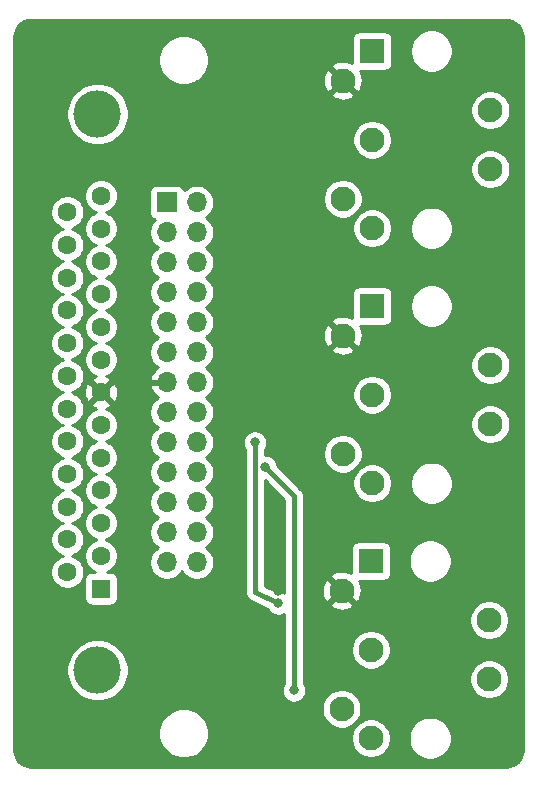
<source format=gbr>
%TF.GenerationSoftware,KiCad,Pcbnew,(5.1.10-1-10_14)*%
%TF.CreationDate,2021-11-16T12:10:24+01:00*%
%TF.ProjectId,Atari Export,41746172-6920-4457-9870-6f72742e6b69,rev?*%
%TF.SameCoordinates,Original*%
%TF.FileFunction,Copper,L2,Bot*%
%TF.FilePolarity,Positive*%
%FSLAX46Y46*%
G04 Gerber Fmt 4.6, Leading zero omitted, Abs format (unit mm)*
G04 Created by KiCad (PCBNEW (5.1.10-1-10_14)) date 2021-11-16 12:10:24*
%MOMM*%
%LPD*%
G01*
G04 APERTURE LIST*
%TA.AperFunction,ComponentPad*%
%ADD10C,4.000000*%
%TD*%
%TA.AperFunction,ComponentPad*%
%ADD11C,1.600000*%
%TD*%
%TA.AperFunction,ComponentPad*%
%ADD12R,1.600000X1.600000*%
%TD*%
%TA.AperFunction,ComponentPad*%
%ADD13O,1.700000X1.700000*%
%TD*%
%TA.AperFunction,ComponentPad*%
%ADD14R,1.700000X1.700000*%
%TD*%
%TA.AperFunction,ComponentPad*%
%ADD15C,2.100000*%
%TD*%
%TA.AperFunction,ComponentPad*%
%ADD16R,2.100000X2.100000*%
%TD*%
%TA.AperFunction,ViaPad*%
%ADD17C,0.800000*%
%TD*%
%TA.AperFunction,Conductor*%
%ADD18C,0.381000*%
%TD*%
%TA.AperFunction,Conductor*%
%ADD19C,0.254000*%
%TD*%
%TA.AperFunction,Conductor*%
%ADD20C,0.100000*%
%TD*%
G04 APERTURE END LIST*
D10*
%TO.P,J1,0*%
%TO.N,N/C*%
X96700000Y-100180000D03*
X96700000Y-53080000D03*
D11*
%TO.P,J1,25*%
%TO.N,Net-(J1-Pad25)*%
X94160000Y-61395000D03*
%TO.P,J1,24*%
%TO.N,Net-(J1-Pad24)*%
X94160000Y-64165000D03*
%TO.P,J1,23*%
%TO.N,Net-(J1-Pad23)*%
X94160000Y-66935000D03*
%TO.P,J1,22*%
%TO.N,Net-(J1-Pad22)*%
X94160000Y-69705000D03*
%TO.P,J1,21*%
%TO.N,Net-(J1-Pad21)*%
X94160000Y-72475000D03*
%TO.P,J1,20*%
%TO.N,Net-(D3-Pad2)*%
X94160000Y-75245000D03*
%TO.P,J1,19*%
%TO.N,Net-(J1-Pad19)*%
X94160000Y-78015000D03*
%TO.P,J1,18*%
%TO.N,Net-(J1-Pad18)*%
X94160000Y-80785000D03*
%TO.P,J1,17*%
%TO.N,Net-(J1-Pad17)*%
X94160000Y-83555000D03*
%TO.P,J1,16*%
%TO.N,Net-(J1-Pad16)*%
X94160000Y-86325000D03*
%TO.P,J1,15*%
%TO.N,Net-(J1-Pad15)*%
X94160000Y-89095000D03*
%TO.P,J1,14*%
%TO.N,Net-(J1-Pad14)*%
X94160000Y-91865000D03*
%TO.P,J1,13*%
%TO.N,Net-(J1-Pad13)*%
X97000000Y-60010000D03*
%TO.P,J1,12*%
%TO.N,Net-(J1-Pad12)*%
X97000000Y-62780000D03*
%TO.P,J1,11*%
%TO.N,Net-(J1-Pad11)*%
X97000000Y-65550000D03*
%TO.P,J1,10*%
%TO.N,Net-(J1-Pad10)*%
X97000000Y-68320000D03*
%TO.P,J1,9*%
%TO.N,Net-(J1-Pad9)*%
X97000000Y-71090000D03*
%TO.P,J1,8*%
%TO.N,Net-(D2-Pad2)*%
X97000000Y-73860000D03*
%TO.P,J1,7*%
%TO.N,GND*%
X97000000Y-76630000D03*
%TO.P,J1,6*%
%TO.N,Net-(D3-Pad2)*%
X97000000Y-79400000D03*
%TO.P,J1,5*%
%TO.N,Net-(J1-Pad5)*%
X97000000Y-82170000D03*
%TO.P,J1,4*%
%TO.N,Net-(D2-Pad2)*%
X97000000Y-84940000D03*
%TO.P,J1,3*%
%TO.N,Net-(J1-Pad3)*%
X97000000Y-87710000D03*
%TO.P,J1,2*%
%TO.N,Net-(J1-Pad2)*%
X97000000Y-90480000D03*
D12*
%TO.P,J1,1*%
%TO.N,Net-(J1-Pad1)*%
X97000000Y-93250000D03*
%TD*%
D13*
%TO.P,J5,26*%
%TO.N,N/C*%
X105105200Y-91033600D03*
%TO.P,J5,25*%
%TO.N,Net-(J1-Pad1)*%
X102565200Y-91033600D03*
%TO.P,J5,24*%
%TO.N,Net-(J1-Pad14)*%
X105105200Y-88493600D03*
%TO.P,J5,23*%
%TO.N,Net-(J1-Pad2)*%
X102565200Y-88493600D03*
%TO.P,J5,22*%
%TO.N,Net-(J1-Pad15)*%
X105105200Y-85953600D03*
%TO.P,J5,21*%
%TO.N,Net-(J1-Pad3)*%
X102565200Y-85953600D03*
%TO.P,J5,20*%
%TO.N,Net-(J1-Pad16)*%
X105105200Y-83413600D03*
%TO.P,J5,19*%
%TO.N,Net-(D2-Pad2)*%
X102565200Y-83413600D03*
%TO.P,J5,18*%
%TO.N,Net-(J1-Pad17)*%
X105105200Y-80873600D03*
%TO.P,J5,17*%
%TO.N,Net-(J1-Pad5)*%
X102565200Y-80873600D03*
%TO.P,J5,16*%
%TO.N,Net-(J1-Pad18)*%
X105105200Y-78333600D03*
%TO.P,J5,15*%
%TO.N,Net-(D3-Pad2)*%
X102565200Y-78333600D03*
%TO.P,J5,14*%
%TO.N,Net-(J1-Pad19)*%
X105105200Y-75793600D03*
%TO.P,J5,13*%
%TO.N,GND*%
X102565200Y-75793600D03*
%TO.P,J5,12*%
%TO.N,Net-(D3-Pad2)*%
X105105200Y-73253600D03*
%TO.P,J5,11*%
%TO.N,Net-(D2-Pad2)*%
X102565200Y-73253600D03*
%TO.P,J5,10*%
%TO.N,Net-(J1-Pad21)*%
X105105200Y-70713600D03*
%TO.P,J5,9*%
%TO.N,Net-(J1-Pad9)*%
X102565200Y-70713600D03*
%TO.P,J5,8*%
%TO.N,Net-(J1-Pad22)*%
X105105200Y-68173600D03*
%TO.P,J5,7*%
%TO.N,Net-(J1-Pad10)*%
X102565200Y-68173600D03*
%TO.P,J5,6*%
%TO.N,Net-(J1-Pad23)*%
X105105200Y-65633600D03*
%TO.P,J5,5*%
%TO.N,Net-(J1-Pad11)*%
X102565200Y-65633600D03*
%TO.P,J5,4*%
%TO.N,Net-(J1-Pad24)*%
X105105200Y-63093600D03*
%TO.P,J5,3*%
%TO.N,Net-(J1-Pad12)*%
X102565200Y-63093600D03*
%TO.P,J5,2*%
%TO.N,Net-(J1-Pad25)*%
X105105200Y-60553600D03*
D14*
%TO.P,J5,1*%
%TO.N,Net-(J1-Pad13)*%
X102565200Y-60553600D03*
%TD*%
D15*
%TO.P,J3,G1*%
%TO.N,N/C*%
X129968000Y-79335000D03*
%TO.P,J3,G2*%
X129968000Y-74335000D03*
%TO.P,J3,3*%
%TO.N,Net-(J3-Pad3)*%
X119958000Y-76835000D03*
%TO.P,J3,5*%
%TO.N,Net-(J3-Pad5)*%
X119958000Y-84340000D03*
D16*
%TO.P,J3,1*%
%TO.N,Net-(J3-Pad1)*%
X119958000Y-69330000D03*
D15*
%TO.P,J3,4*%
%TO.N,Net-(J3-Pad4)*%
X117468000Y-81840000D03*
%TO.P,J3,2*%
%TO.N,GND*%
X117468000Y-71830000D03*
%TD*%
%TO.P,J2,G1*%
%TO.N,N/C*%
X129968000Y-57745000D03*
%TO.P,J2,G2*%
X129968000Y-52745000D03*
%TO.P,J2,3*%
%TO.N,Net-(J2-Pad3)*%
X119958000Y-55245000D03*
%TO.P,J2,5*%
%TO.N,Net-(J2-Pad5)*%
X119958000Y-62750000D03*
D16*
%TO.P,J2,1*%
%TO.N,Net-(J2-Pad1)*%
X119958000Y-47740000D03*
D15*
%TO.P,J2,4*%
%TO.N,Net-(J2-Pad4)*%
X117468000Y-60250000D03*
%TO.P,J2,2*%
%TO.N,GND*%
X117468000Y-50240000D03*
%TD*%
%TO.P,J4,G1*%
%TO.N,N/C*%
X129867500Y-100925000D03*
%TO.P,J4,G2*%
X129867500Y-95925000D03*
%TO.P,J4,3*%
%TO.N,Net-(J4-Pad3)*%
X119857500Y-98425000D03*
%TO.P,J4,5*%
%TO.N,Net-(J4-Pad5)*%
X119857500Y-105930000D03*
D16*
%TO.P,J4,1*%
%TO.N,Net-(J4-Pad1)*%
X119857500Y-90920000D03*
D15*
%TO.P,J4,4*%
%TO.N,Net-(J4-Pad4)*%
X117367500Y-103430000D03*
%TO.P,J4,2*%
%TO.N,GND*%
X117367500Y-93420000D03*
%TD*%
D17*
%TO.N,GND*%
X113030000Y-66294000D03*
X112268000Y-68580000D03*
X107188000Y-85598000D03*
X107188000Y-86868000D03*
X112776000Y-103886000D03*
X108554197Y-91120574D03*
X112014000Y-93472000D03*
X108966004Y-56896000D03*
X108500000Y-101000000D03*
X108500000Y-100000000D03*
X111500000Y-100000000D03*
X107208119Y-93500000D03*
%TO.N,Net-(D1-Pad1)*%
X110896400Y-82956400D03*
X113334800Y-101879400D03*
%TO.N,Net-(D4-Pad1)*%
X110032800Y-80873600D03*
X112000000Y-94500000D03*
%TD*%
D18*
%TO.N,Net-(D1-Pad1)*%
X113334800Y-85394800D02*
X113334800Y-101879400D01*
X110896400Y-82956400D02*
X113334800Y-85394800D01*
%TO.N,Net-(D4-Pad1)*%
X112000000Y-94500000D02*
X110032800Y-93548200D01*
X110032800Y-93548200D02*
X110032800Y-80873600D01*
%TD*%
D19*
%TO.N,GND*%
X131583875Y-45139234D02*
X131839622Y-45216448D01*
X132075504Y-45341869D01*
X132282530Y-45510716D01*
X132452813Y-45716554D01*
X132579879Y-45951556D01*
X132658876Y-46206756D01*
X132690000Y-46502882D01*
X132690001Y-106935711D01*
X132660766Y-107233876D01*
X132583551Y-107489624D01*
X132458131Y-107725504D01*
X132289289Y-107932525D01*
X132083446Y-108102813D01*
X131848444Y-108229879D01*
X131593240Y-108308877D01*
X131297118Y-108340000D01*
X91066407Y-108340000D01*
X90767754Y-108311093D01*
X90511864Y-108234185D01*
X90275786Y-108109038D01*
X90068510Y-107940420D01*
X89897934Y-107734752D01*
X89770553Y-107499869D01*
X89690851Y-107243527D01*
X89660000Y-106963499D01*
X89660000Y-105289721D01*
X101865000Y-105289721D01*
X101865000Y-105710279D01*
X101947047Y-106122756D01*
X102107988Y-106511302D01*
X102341637Y-106860983D01*
X102639017Y-107158363D01*
X102988698Y-107392012D01*
X103377244Y-107552953D01*
X103789721Y-107635000D01*
X104210279Y-107635000D01*
X104622756Y-107552953D01*
X105011302Y-107392012D01*
X105360983Y-107158363D01*
X105658363Y-106860983D01*
X105892012Y-106511302D01*
X106052953Y-106122756D01*
X106124305Y-105764042D01*
X118172500Y-105764042D01*
X118172500Y-106095958D01*
X118237254Y-106421496D01*
X118364272Y-106728147D01*
X118548675Y-107004125D01*
X118783375Y-107238825D01*
X119059353Y-107423228D01*
X119366004Y-107550246D01*
X119691542Y-107615000D01*
X120023458Y-107615000D01*
X120348996Y-107550246D01*
X120655647Y-107423228D01*
X120931625Y-107238825D01*
X121166325Y-107004125D01*
X121350728Y-106728147D01*
X121477746Y-106421496D01*
X121542500Y-106095958D01*
X121542500Y-105764042D01*
X121539660Y-105749761D01*
X123037500Y-105749761D01*
X123037500Y-106110239D01*
X123107825Y-106463791D01*
X123245775Y-106796830D01*
X123446046Y-107096557D01*
X123700943Y-107351454D01*
X124000670Y-107551725D01*
X124333709Y-107689675D01*
X124687261Y-107760000D01*
X125047739Y-107760000D01*
X125401291Y-107689675D01*
X125734330Y-107551725D01*
X126034057Y-107351454D01*
X126288954Y-107096557D01*
X126489225Y-106796830D01*
X126627175Y-106463791D01*
X126697500Y-106110239D01*
X126697500Y-105749761D01*
X126627175Y-105396209D01*
X126489225Y-105063170D01*
X126288954Y-104763443D01*
X126034057Y-104508546D01*
X125734330Y-104308275D01*
X125401291Y-104170325D01*
X125047739Y-104100000D01*
X124687261Y-104100000D01*
X124333709Y-104170325D01*
X124000670Y-104308275D01*
X123700943Y-104508546D01*
X123446046Y-104763443D01*
X123245775Y-105063170D01*
X123107825Y-105396209D01*
X123037500Y-105749761D01*
X121539660Y-105749761D01*
X121477746Y-105438504D01*
X121350728Y-105131853D01*
X121166325Y-104855875D01*
X120931625Y-104621175D01*
X120655647Y-104436772D01*
X120348996Y-104309754D01*
X120023458Y-104245000D01*
X119691542Y-104245000D01*
X119366004Y-104309754D01*
X119059353Y-104436772D01*
X118783375Y-104621175D01*
X118548675Y-104855875D01*
X118364272Y-105131853D01*
X118237254Y-105438504D01*
X118172500Y-105764042D01*
X106124305Y-105764042D01*
X106135000Y-105710279D01*
X106135000Y-105289721D01*
X106052953Y-104877244D01*
X105892012Y-104488698D01*
X105658363Y-104139017D01*
X105360983Y-103841637D01*
X105011302Y-103607988D01*
X104622756Y-103447047D01*
X104210279Y-103365000D01*
X103789721Y-103365000D01*
X103377244Y-103447047D01*
X102988698Y-103607988D01*
X102639017Y-103841637D01*
X102341637Y-104139017D01*
X102107988Y-104488698D01*
X101947047Y-104877244D01*
X101865000Y-105289721D01*
X89660000Y-105289721D01*
X89660000Y-103264042D01*
X115682500Y-103264042D01*
X115682500Y-103595958D01*
X115747254Y-103921496D01*
X115874272Y-104228147D01*
X116058675Y-104504125D01*
X116293375Y-104738825D01*
X116569353Y-104923228D01*
X116876004Y-105050246D01*
X117201542Y-105115000D01*
X117533458Y-105115000D01*
X117858996Y-105050246D01*
X118165647Y-104923228D01*
X118441625Y-104738825D01*
X118676325Y-104504125D01*
X118860728Y-104228147D01*
X118987746Y-103921496D01*
X119052500Y-103595958D01*
X119052500Y-103264042D01*
X118987746Y-102938504D01*
X118860728Y-102631853D01*
X118676325Y-102355875D01*
X118441625Y-102121175D01*
X118165647Y-101936772D01*
X117858996Y-101809754D01*
X117533458Y-101745000D01*
X117201542Y-101745000D01*
X116876004Y-101809754D01*
X116569353Y-101936772D01*
X116293375Y-102121175D01*
X116058675Y-102355875D01*
X115874272Y-102631853D01*
X115747254Y-102938504D01*
X115682500Y-103264042D01*
X89660000Y-103264042D01*
X89660000Y-99920475D01*
X94065000Y-99920475D01*
X94065000Y-100439525D01*
X94166261Y-100948601D01*
X94364893Y-101428141D01*
X94653262Y-101859715D01*
X95020285Y-102226738D01*
X95451859Y-102515107D01*
X95931399Y-102713739D01*
X96440475Y-102815000D01*
X96959525Y-102815000D01*
X97468601Y-102713739D01*
X97948141Y-102515107D01*
X98379715Y-102226738D01*
X98746738Y-101859715D01*
X99035107Y-101428141D01*
X99233739Y-100948601D01*
X99335000Y-100439525D01*
X99335000Y-99920475D01*
X99233739Y-99411399D01*
X99035107Y-98931859D01*
X98746738Y-98500285D01*
X98379715Y-98133262D01*
X97948141Y-97844893D01*
X97468601Y-97646261D01*
X96959525Y-97545000D01*
X96440475Y-97545000D01*
X95931399Y-97646261D01*
X95451859Y-97844893D01*
X95020285Y-98133262D01*
X94653262Y-98500285D01*
X94364893Y-98931859D01*
X94166261Y-99411399D01*
X94065000Y-99920475D01*
X89660000Y-99920475D01*
X89660000Y-61253665D01*
X92725000Y-61253665D01*
X92725000Y-61536335D01*
X92780147Y-61813574D01*
X92888320Y-62074727D01*
X93045363Y-62309759D01*
X93245241Y-62509637D01*
X93480273Y-62666680D01*
X93741426Y-62774853D01*
X93767301Y-62780000D01*
X93741426Y-62785147D01*
X93480273Y-62893320D01*
X93245241Y-63050363D01*
X93045363Y-63250241D01*
X92888320Y-63485273D01*
X92780147Y-63746426D01*
X92725000Y-64023665D01*
X92725000Y-64306335D01*
X92780147Y-64583574D01*
X92888320Y-64844727D01*
X93045363Y-65079759D01*
X93245241Y-65279637D01*
X93480273Y-65436680D01*
X93741426Y-65544853D01*
X93767301Y-65550000D01*
X93741426Y-65555147D01*
X93480273Y-65663320D01*
X93245241Y-65820363D01*
X93045363Y-66020241D01*
X92888320Y-66255273D01*
X92780147Y-66516426D01*
X92725000Y-66793665D01*
X92725000Y-67076335D01*
X92780147Y-67353574D01*
X92888320Y-67614727D01*
X93045363Y-67849759D01*
X93245241Y-68049637D01*
X93480273Y-68206680D01*
X93741426Y-68314853D01*
X93767301Y-68320000D01*
X93741426Y-68325147D01*
X93480273Y-68433320D01*
X93245241Y-68590363D01*
X93045363Y-68790241D01*
X92888320Y-69025273D01*
X92780147Y-69286426D01*
X92725000Y-69563665D01*
X92725000Y-69846335D01*
X92780147Y-70123574D01*
X92888320Y-70384727D01*
X93045363Y-70619759D01*
X93245241Y-70819637D01*
X93480273Y-70976680D01*
X93741426Y-71084853D01*
X93767301Y-71090000D01*
X93741426Y-71095147D01*
X93480273Y-71203320D01*
X93245241Y-71360363D01*
X93045363Y-71560241D01*
X92888320Y-71795273D01*
X92780147Y-72056426D01*
X92725000Y-72333665D01*
X92725000Y-72616335D01*
X92780147Y-72893574D01*
X92888320Y-73154727D01*
X93045363Y-73389759D01*
X93245241Y-73589637D01*
X93480273Y-73746680D01*
X93741426Y-73854853D01*
X93767301Y-73860000D01*
X93741426Y-73865147D01*
X93480273Y-73973320D01*
X93245241Y-74130363D01*
X93045363Y-74330241D01*
X92888320Y-74565273D01*
X92780147Y-74826426D01*
X92725000Y-75103665D01*
X92725000Y-75386335D01*
X92780147Y-75663574D01*
X92888320Y-75924727D01*
X93045363Y-76159759D01*
X93245241Y-76359637D01*
X93480273Y-76516680D01*
X93741426Y-76624853D01*
X93767301Y-76630000D01*
X93741426Y-76635147D01*
X93480273Y-76743320D01*
X93245241Y-76900363D01*
X93045363Y-77100241D01*
X92888320Y-77335273D01*
X92780147Y-77596426D01*
X92725000Y-77873665D01*
X92725000Y-78156335D01*
X92780147Y-78433574D01*
X92888320Y-78694727D01*
X93045363Y-78929759D01*
X93245241Y-79129637D01*
X93480273Y-79286680D01*
X93741426Y-79394853D01*
X93767301Y-79400000D01*
X93741426Y-79405147D01*
X93480273Y-79513320D01*
X93245241Y-79670363D01*
X93045363Y-79870241D01*
X92888320Y-80105273D01*
X92780147Y-80366426D01*
X92725000Y-80643665D01*
X92725000Y-80926335D01*
X92780147Y-81203574D01*
X92888320Y-81464727D01*
X93045363Y-81699759D01*
X93245241Y-81899637D01*
X93480273Y-82056680D01*
X93741426Y-82164853D01*
X93767301Y-82170000D01*
X93741426Y-82175147D01*
X93480273Y-82283320D01*
X93245241Y-82440363D01*
X93045363Y-82640241D01*
X92888320Y-82875273D01*
X92780147Y-83136426D01*
X92725000Y-83413665D01*
X92725000Y-83696335D01*
X92780147Y-83973574D01*
X92888320Y-84234727D01*
X93045363Y-84469759D01*
X93245241Y-84669637D01*
X93480273Y-84826680D01*
X93741426Y-84934853D01*
X93767301Y-84940000D01*
X93741426Y-84945147D01*
X93480273Y-85053320D01*
X93245241Y-85210363D01*
X93045363Y-85410241D01*
X92888320Y-85645273D01*
X92780147Y-85906426D01*
X92725000Y-86183665D01*
X92725000Y-86466335D01*
X92780147Y-86743574D01*
X92888320Y-87004727D01*
X93045363Y-87239759D01*
X93245241Y-87439637D01*
X93480273Y-87596680D01*
X93741426Y-87704853D01*
X93767301Y-87710000D01*
X93741426Y-87715147D01*
X93480273Y-87823320D01*
X93245241Y-87980363D01*
X93045363Y-88180241D01*
X92888320Y-88415273D01*
X92780147Y-88676426D01*
X92725000Y-88953665D01*
X92725000Y-89236335D01*
X92780147Y-89513574D01*
X92888320Y-89774727D01*
X93045363Y-90009759D01*
X93245241Y-90209637D01*
X93480273Y-90366680D01*
X93741426Y-90474853D01*
X93767301Y-90480000D01*
X93741426Y-90485147D01*
X93480273Y-90593320D01*
X93245241Y-90750363D01*
X93045363Y-90950241D01*
X92888320Y-91185273D01*
X92780147Y-91446426D01*
X92725000Y-91723665D01*
X92725000Y-92006335D01*
X92780147Y-92283574D01*
X92888320Y-92544727D01*
X93045363Y-92779759D01*
X93245241Y-92979637D01*
X93480273Y-93136680D01*
X93741426Y-93244853D01*
X94018665Y-93300000D01*
X94301335Y-93300000D01*
X94578574Y-93244853D01*
X94839727Y-93136680D01*
X95074759Y-92979637D01*
X95274637Y-92779759D01*
X95431680Y-92544727D01*
X95470917Y-92450000D01*
X95561928Y-92450000D01*
X95561928Y-94050000D01*
X95574188Y-94174482D01*
X95610498Y-94294180D01*
X95669463Y-94404494D01*
X95748815Y-94501185D01*
X95845506Y-94580537D01*
X95955820Y-94639502D01*
X96075518Y-94675812D01*
X96200000Y-94688072D01*
X97800000Y-94688072D01*
X97924482Y-94675812D01*
X98044180Y-94639502D01*
X98154494Y-94580537D01*
X98251185Y-94501185D01*
X98330537Y-94404494D01*
X98389502Y-94294180D01*
X98425812Y-94174482D01*
X98438072Y-94050000D01*
X98438072Y-92450000D01*
X98425812Y-92325518D01*
X98389502Y-92205820D01*
X98330537Y-92095506D01*
X98251185Y-91998815D01*
X98154494Y-91919463D01*
X98044180Y-91860498D01*
X97924482Y-91824188D01*
X97800000Y-91811928D01*
X97534275Y-91811928D01*
X97679727Y-91751680D01*
X97914759Y-91594637D01*
X98114637Y-91394759D01*
X98271680Y-91159727D01*
X98379853Y-90898574D01*
X98435000Y-90621335D01*
X98435000Y-90338665D01*
X98379853Y-90061426D01*
X98271680Y-89800273D01*
X98114637Y-89565241D01*
X97914759Y-89365363D01*
X97679727Y-89208320D01*
X97418574Y-89100147D01*
X97392699Y-89095000D01*
X97418574Y-89089853D01*
X97679727Y-88981680D01*
X97914759Y-88824637D01*
X98114637Y-88624759D01*
X98271680Y-88389727D01*
X98379853Y-88128574D01*
X98435000Y-87851335D01*
X98435000Y-87568665D01*
X98379853Y-87291426D01*
X98271680Y-87030273D01*
X98114637Y-86795241D01*
X97914759Y-86595363D01*
X97679727Y-86438320D01*
X97418574Y-86330147D01*
X97392699Y-86325000D01*
X97418574Y-86319853D01*
X97679727Y-86211680D01*
X97914759Y-86054637D01*
X98114637Y-85854759D01*
X98271680Y-85619727D01*
X98379853Y-85358574D01*
X98435000Y-85081335D01*
X98435000Y-84798665D01*
X98379853Y-84521426D01*
X98271680Y-84260273D01*
X98114637Y-84025241D01*
X97914759Y-83825363D01*
X97679727Y-83668320D01*
X97418574Y-83560147D01*
X97392699Y-83555000D01*
X97418574Y-83549853D01*
X97679727Y-83441680D01*
X97914759Y-83284637D01*
X98114637Y-83084759D01*
X98271680Y-82849727D01*
X98379853Y-82588574D01*
X98435000Y-82311335D01*
X98435000Y-82028665D01*
X98379853Y-81751426D01*
X98271680Y-81490273D01*
X98114637Y-81255241D01*
X97914759Y-81055363D01*
X97679727Y-80898320D01*
X97418574Y-80790147D01*
X97392699Y-80785000D01*
X97418574Y-80779853D01*
X97679727Y-80671680D01*
X97914759Y-80514637D01*
X98114637Y-80314759D01*
X98271680Y-80079727D01*
X98379853Y-79818574D01*
X98435000Y-79541335D01*
X98435000Y-79258665D01*
X98379853Y-78981426D01*
X98271680Y-78720273D01*
X98114637Y-78485241D01*
X97914759Y-78285363D01*
X97679727Y-78128320D01*
X97418574Y-78020147D01*
X97390118Y-78014487D01*
X97616292Y-77933603D01*
X97741514Y-77866671D01*
X97813097Y-77622702D01*
X97000000Y-76809605D01*
X96186903Y-77622702D01*
X96258486Y-77866671D01*
X96513996Y-77987571D01*
X96616289Y-78013212D01*
X96581426Y-78020147D01*
X96320273Y-78128320D01*
X96085241Y-78285363D01*
X95885363Y-78485241D01*
X95728320Y-78720273D01*
X95620147Y-78981426D01*
X95565000Y-79258665D01*
X95565000Y-79541335D01*
X95620147Y-79818574D01*
X95728320Y-80079727D01*
X95885363Y-80314759D01*
X96085241Y-80514637D01*
X96320273Y-80671680D01*
X96581426Y-80779853D01*
X96607301Y-80785000D01*
X96581426Y-80790147D01*
X96320273Y-80898320D01*
X96085241Y-81055363D01*
X95885363Y-81255241D01*
X95728320Y-81490273D01*
X95620147Y-81751426D01*
X95565000Y-82028665D01*
X95565000Y-82311335D01*
X95620147Y-82588574D01*
X95728320Y-82849727D01*
X95885363Y-83084759D01*
X96085241Y-83284637D01*
X96320273Y-83441680D01*
X96581426Y-83549853D01*
X96607301Y-83555000D01*
X96581426Y-83560147D01*
X96320273Y-83668320D01*
X96085241Y-83825363D01*
X95885363Y-84025241D01*
X95728320Y-84260273D01*
X95620147Y-84521426D01*
X95565000Y-84798665D01*
X95565000Y-85081335D01*
X95620147Y-85358574D01*
X95728320Y-85619727D01*
X95885363Y-85854759D01*
X96085241Y-86054637D01*
X96320273Y-86211680D01*
X96581426Y-86319853D01*
X96607301Y-86325000D01*
X96581426Y-86330147D01*
X96320273Y-86438320D01*
X96085241Y-86595363D01*
X95885363Y-86795241D01*
X95728320Y-87030273D01*
X95620147Y-87291426D01*
X95565000Y-87568665D01*
X95565000Y-87851335D01*
X95620147Y-88128574D01*
X95728320Y-88389727D01*
X95885363Y-88624759D01*
X96085241Y-88824637D01*
X96320273Y-88981680D01*
X96581426Y-89089853D01*
X96607301Y-89095000D01*
X96581426Y-89100147D01*
X96320273Y-89208320D01*
X96085241Y-89365363D01*
X95885363Y-89565241D01*
X95728320Y-89800273D01*
X95620147Y-90061426D01*
X95565000Y-90338665D01*
X95565000Y-90621335D01*
X95620147Y-90898574D01*
X95728320Y-91159727D01*
X95885363Y-91394759D01*
X96085241Y-91594637D01*
X96320273Y-91751680D01*
X96465725Y-91811928D01*
X96200000Y-91811928D01*
X96075518Y-91824188D01*
X95955820Y-91860498D01*
X95845506Y-91919463D01*
X95748815Y-91998815D01*
X95669463Y-92095506D01*
X95610498Y-92205820D01*
X95574188Y-92325518D01*
X95561928Y-92450000D01*
X95470917Y-92450000D01*
X95539853Y-92283574D01*
X95595000Y-92006335D01*
X95595000Y-91723665D01*
X95539853Y-91446426D01*
X95431680Y-91185273D01*
X95274637Y-90950241D01*
X95074759Y-90750363D01*
X94839727Y-90593320D01*
X94578574Y-90485147D01*
X94552699Y-90480000D01*
X94578574Y-90474853D01*
X94839727Y-90366680D01*
X95074759Y-90209637D01*
X95274637Y-90009759D01*
X95431680Y-89774727D01*
X95539853Y-89513574D01*
X95595000Y-89236335D01*
X95595000Y-88953665D01*
X95539853Y-88676426D01*
X95431680Y-88415273D01*
X95274637Y-88180241D01*
X95074759Y-87980363D01*
X94839727Y-87823320D01*
X94578574Y-87715147D01*
X94552699Y-87710000D01*
X94578574Y-87704853D01*
X94839727Y-87596680D01*
X95074759Y-87439637D01*
X95274637Y-87239759D01*
X95431680Y-87004727D01*
X95539853Y-86743574D01*
X95595000Y-86466335D01*
X95595000Y-86183665D01*
X95539853Y-85906426D01*
X95431680Y-85645273D01*
X95274637Y-85410241D01*
X95074759Y-85210363D01*
X94839727Y-85053320D01*
X94578574Y-84945147D01*
X94552699Y-84940000D01*
X94578574Y-84934853D01*
X94839727Y-84826680D01*
X95074759Y-84669637D01*
X95274637Y-84469759D01*
X95431680Y-84234727D01*
X95539853Y-83973574D01*
X95595000Y-83696335D01*
X95595000Y-83413665D01*
X95539853Y-83136426D01*
X95431680Y-82875273D01*
X95274637Y-82640241D01*
X95074759Y-82440363D01*
X94839727Y-82283320D01*
X94578574Y-82175147D01*
X94552699Y-82170000D01*
X94578574Y-82164853D01*
X94839727Y-82056680D01*
X95074759Y-81899637D01*
X95274637Y-81699759D01*
X95431680Y-81464727D01*
X95539853Y-81203574D01*
X95595000Y-80926335D01*
X95595000Y-80643665D01*
X95539853Y-80366426D01*
X95431680Y-80105273D01*
X95274637Y-79870241D01*
X95074759Y-79670363D01*
X94839727Y-79513320D01*
X94578574Y-79405147D01*
X94552699Y-79400000D01*
X94578574Y-79394853D01*
X94839727Y-79286680D01*
X95074759Y-79129637D01*
X95274637Y-78929759D01*
X95431680Y-78694727D01*
X95539853Y-78433574D01*
X95595000Y-78156335D01*
X95595000Y-77873665D01*
X95539853Y-77596426D01*
X95431680Y-77335273D01*
X95274637Y-77100241D01*
X95074759Y-76900363D01*
X94839727Y-76743320D01*
X94736380Y-76700512D01*
X95559783Y-76700512D01*
X95601213Y-76980130D01*
X95696397Y-77246292D01*
X95763329Y-77371514D01*
X96007298Y-77443097D01*
X96820395Y-76630000D01*
X97179605Y-76630000D01*
X97992702Y-77443097D01*
X98236671Y-77371514D01*
X98357571Y-77116004D01*
X98426300Y-76841816D01*
X98440217Y-76559488D01*
X98398787Y-76279870D01*
X98303603Y-76013708D01*
X98236671Y-75888486D01*
X97992702Y-75816903D01*
X97179605Y-76630000D01*
X96820395Y-76630000D01*
X96007298Y-75816903D01*
X95763329Y-75888486D01*
X95642429Y-76143996D01*
X95573700Y-76418184D01*
X95559783Y-76700512D01*
X94736380Y-76700512D01*
X94578574Y-76635147D01*
X94552699Y-76630000D01*
X94578574Y-76624853D01*
X94839727Y-76516680D01*
X95074759Y-76359637D01*
X95274637Y-76159759D01*
X95431680Y-75924727D01*
X95539853Y-75663574D01*
X95595000Y-75386335D01*
X95595000Y-75103665D01*
X95539853Y-74826426D01*
X95431680Y-74565273D01*
X95274637Y-74330241D01*
X95074759Y-74130363D01*
X94839727Y-73973320D01*
X94578574Y-73865147D01*
X94552699Y-73860000D01*
X94578574Y-73854853D01*
X94839727Y-73746680D01*
X95074759Y-73589637D01*
X95274637Y-73389759D01*
X95431680Y-73154727D01*
X95539853Y-72893574D01*
X95595000Y-72616335D01*
X95595000Y-72333665D01*
X95539853Y-72056426D01*
X95431680Y-71795273D01*
X95274637Y-71560241D01*
X95074759Y-71360363D01*
X94839727Y-71203320D01*
X94578574Y-71095147D01*
X94552699Y-71090000D01*
X94578574Y-71084853D01*
X94839727Y-70976680D01*
X95074759Y-70819637D01*
X95274637Y-70619759D01*
X95431680Y-70384727D01*
X95539853Y-70123574D01*
X95595000Y-69846335D01*
X95595000Y-69563665D01*
X95539853Y-69286426D01*
X95431680Y-69025273D01*
X95274637Y-68790241D01*
X95074759Y-68590363D01*
X94839727Y-68433320D01*
X94578574Y-68325147D01*
X94552699Y-68320000D01*
X94578574Y-68314853D01*
X94839727Y-68206680D01*
X95074759Y-68049637D01*
X95274637Y-67849759D01*
X95431680Y-67614727D01*
X95539853Y-67353574D01*
X95595000Y-67076335D01*
X95595000Y-66793665D01*
X95539853Y-66516426D01*
X95431680Y-66255273D01*
X95274637Y-66020241D01*
X95074759Y-65820363D01*
X94839727Y-65663320D01*
X94578574Y-65555147D01*
X94552699Y-65550000D01*
X94578574Y-65544853D01*
X94839727Y-65436680D01*
X95074759Y-65279637D01*
X95274637Y-65079759D01*
X95431680Y-64844727D01*
X95539853Y-64583574D01*
X95595000Y-64306335D01*
X95595000Y-64023665D01*
X95539853Y-63746426D01*
X95431680Y-63485273D01*
X95274637Y-63250241D01*
X95074759Y-63050363D01*
X94839727Y-62893320D01*
X94578574Y-62785147D01*
X94552699Y-62780000D01*
X94578574Y-62774853D01*
X94839727Y-62666680D01*
X95074759Y-62509637D01*
X95274637Y-62309759D01*
X95431680Y-62074727D01*
X95539853Y-61813574D01*
X95595000Y-61536335D01*
X95595000Y-61253665D01*
X95539853Y-60976426D01*
X95431680Y-60715273D01*
X95274637Y-60480241D01*
X95074759Y-60280363D01*
X94839727Y-60123320D01*
X94578574Y-60015147D01*
X94301335Y-59960000D01*
X94018665Y-59960000D01*
X93741426Y-60015147D01*
X93480273Y-60123320D01*
X93245241Y-60280363D01*
X93045363Y-60480241D01*
X92888320Y-60715273D01*
X92780147Y-60976426D01*
X92725000Y-61253665D01*
X89660000Y-61253665D01*
X89660000Y-59868665D01*
X95565000Y-59868665D01*
X95565000Y-60151335D01*
X95620147Y-60428574D01*
X95728320Y-60689727D01*
X95885363Y-60924759D01*
X96085241Y-61124637D01*
X96320273Y-61281680D01*
X96581426Y-61389853D01*
X96607301Y-61395000D01*
X96581426Y-61400147D01*
X96320273Y-61508320D01*
X96085241Y-61665363D01*
X95885363Y-61865241D01*
X95728320Y-62100273D01*
X95620147Y-62361426D01*
X95565000Y-62638665D01*
X95565000Y-62921335D01*
X95620147Y-63198574D01*
X95728320Y-63459727D01*
X95885363Y-63694759D01*
X96085241Y-63894637D01*
X96320273Y-64051680D01*
X96581426Y-64159853D01*
X96607301Y-64165000D01*
X96581426Y-64170147D01*
X96320273Y-64278320D01*
X96085241Y-64435363D01*
X95885363Y-64635241D01*
X95728320Y-64870273D01*
X95620147Y-65131426D01*
X95565000Y-65408665D01*
X95565000Y-65691335D01*
X95620147Y-65968574D01*
X95728320Y-66229727D01*
X95885363Y-66464759D01*
X96085241Y-66664637D01*
X96320273Y-66821680D01*
X96581426Y-66929853D01*
X96607301Y-66935000D01*
X96581426Y-66940147D01*
X96320273Y-67048320D01*
X96085241Y-67205363D01*
X95885363Y-67405241D01*
X95728320Y-67640273D01*
X95620147Y-67901426D01*
X95565000Y-68178665D01*
X95565000Y-68461335D01*
X95620147Y-68738574D01*
X95728320Y-68999727D01*
X95885363Y-69234759D01*
X96085241Y-69434637D01*
X96320273Y-69591680D01*
X96581426Y-69699853D01*
X96607301Y-69705000D01*
X96581426Y-69710147D01*
X96320273Y-69818320D01*
X96085241Y-69975363D01*
X95885363Y-70175241D01*
X95728320Y-70410273D01*
X95620147Y-70671426D01*
X95565000Y-70948665D01*
X95565000Y-71231335D01*
X95620147Y-71508574D01*
X95728320Y-71769727D01*
X95885363Y-72004759D01*
X96085241Y-72204637D01*
X96320273Y-72361680D01*
X96581426Y-72469853D01*
X96607301Y-72475000D01*
X96581426Y-72480147D01*
X96320273Y-72588320D01*
X96085241Y-72745363D01*
X95885363Y-72945241D01*
X95728320Y-73180273D01*
X95620147Y-73441426D01*
X95565000Y-73718665D01*
X95565000Y-74001335D01*
X95620147Y-74278574D01*
X95728320Y-74539727D01*
X95885363Y-74774759D01*
X96085241Y-74974637D01*
X96320273Y-75131680D01*
X96581426Y-75239853D01*
X96609882Y-75245513D01*
X96383708Y-75326397D01*
X96258486Y-75393329D01*
X96186903Y-75637298D01*
X97000000Y-76450395D01*
X97813097Y-75637298D01*
X97741514Y-75393329D01*
X97486004Y-75272429D01*
X97383711Y-75246788D01*
X97418574Y-75239853D01*
X97679727Y-75131680D01*
X97914759Y-74974637D01*
X98114637Y-74774759D01*
X98271680Y-74539727D01*
X98379853Y-74278574D01*
X98435000Y-74001335D01*
X98435000Y-73718665D01*
X98379853Y-73441426D01*
X98271680Y-73180273D01*
X98114637Y-72945241D01*
X97914759Y-72745363D01*
X97679727Y-72588320D01*
X97418574Y-72480147D01*
X97392699Y-72475000D01*
X97418574Y-72469853D01*
X97679727Y-72361680D01*
X97914759Y-72204637D01*
X98114637Y-72004759D01*
X98271680Y-71769727D01*
X98379853Y-71508574D01*
X98435000Y-71231335D01*
X98435000Y-70948665D01*
X98379853Y-70671426D01*
X98271680Y-70410273D01*
X98114637Y-70175241D01*
X97914759Y-69975363D01*
X97679727Y-69818320D01*
X97418574Y-69710147D01*
X97392699Y-69705000D01*
X97418574Y-69699853D01*
X97679727Y-69591680D01*
X97914759Y-69434637D01*
X98114637Y-69234759D01*
X98271680Y-68999727D01*
X98379853Y-68738574D01*
X98435000Y-68461335D01*
X98435000Y-68178665D01*
X98379853Y-67901426D01*
X98271680Y-67640273D01*
X98114637Y-67405241D01*
X97914759Y-67205363D01*
X97679727Y-67048320D01*
X97418574Y-66940147D01*
X97392699Y-66935000D01*
X97418574Y-66929853D01*
X97679727Y-66821680D01*
X97914759Y-66664637D01*
X98114637Y-66464759D01*
X98271680Y-66229727D01*
X98379853Y-65968574D01*
X98435000Y-65691335D01*
X98435000Y-65408665D01*
X98379853Y-65131426D01*
X98271680Y-64870273D01*
X98114637Y-64635241D01*
X97914759Y-64435363D01*
X97679727Y-64278320D01*
X97418574Y-64170147D01*
X97392699Y-64165000D01*
X97418574Y-64159853D01*
X97679727Y-64051680D01*
X97914759Y-63894637D01*
X98114637Y-63694759D01*
X98271680Y-63459727D01*
X98379853Y-63198574D01*
X98435000Y-62921335D01*
X98435000Y-62638665D01*
X98379853Y-62361426D01*
X98271680Y-62100273D01*
X98114637Y-61865241D01*
X97914759Y-61665363D01*
X97679727Y-61508320D01*
X97418574Y-61400147D01*
X97392699Y-61395000D01*
X97418574Y-61389853D01*
X97679727Y-61281680D01*
X97914759Y-61124637D01*
X98114637Y-60924759D01*
X98271680Y-60689727D01*
X98379853Y-60428574D01*
X98435000Y-60151335D01*
X98435000Y-59868665D01*
X98402167Y-59703600D01*
X101077128Y-59703600D01*
X101077128Y-61403600D01*
X101089388Y-61528082D01*
X101125698Y-61647780D01*
X101184663Y-61758094D01*
X101264015Y-61854785D01*
X101360706Y-61934137D01*
X101471020Y-61993102D01*
X101543580Y-62015113D01*
X101411725Y-62146968D01*
X101249210Y-62390189D01*
X101137268Y-62660442D01*
X101080200Y-62947340D01*
X101080200Y-63239860D01*
X101137268Y-63526758D01*
X101249210Y-63797011D01*
X101411725Y-64040232D01*
X101618568Y-64247075D01*
X101792960Y-64363600D01*
X101618568Y-64480125D01*
X101411725Y-64686968D01*
X101249210Y-64930189D01*
X101137268Y-65200442D01*
X101080200Y-65487340D01*
X101080200Y-65779860D01*
X101137268Y-66066758D01*
X101249210Y-66337011D01*
X101411725Y-66580232D01*
X101618568Y-66787075D01*
X101792960Y-66903600D01*
X101618568Y-67020125D01*
X101411725Y-67226968D01*
X101249210Y-67470189D01*
X101137268Y-67740442D01*
X101080200Y-68027340D01*
X101080200Y-68319860D01*
X101137268Y-68606758D01*
X101249210Y-68877011D01*
X101411725Y-69120232D01*
X101618568Y-69327075D01*
X101792960Y-69443600D01*
X101618568Y-69560125D01*
X101411725Y-69766968D01*
X101249210Y-70010189D01*
X101137268Y-70280442D01*
X101080200Y-70567340D01*
X101080200Y-70859860D01*
X101137268Y-71146758D01*
X101249210Y-71417011D01*
X101411725Y-71660232D01*
X101618568Y-71867075D01*
X101792960Y-71983600D01*
X101618568Y-72100125D01*
X101411725Y-72306968D01*
X101249210Y-72550189D01*
X101137268Y-72820442D01*
X101080200Y-73107340D01*
X101080200Y-73399860D01*
X101137268Y-73686758D01*
X101249210Y-73957011D01*
X101411725Y-74200232D01*
X101618568Y-74407075D01*
X101800734Y-74528795D01*
X101683845Y-74598422D01*
X101467612Y-74793331D01*
X101293559Y-75026680D01*
X101168375Y-75289501D01*
X101123724Y-75436710D01*
X101245045Y-75666600D01*
X102438200Y-75666600D01*
X102438200Y-75646600D01*
X102692200Y-75646600D01*
X102692200Y-75666600D01*
X102712200Y-75666600D01*
X102712200Y-75920600D01*
X102692200Y-75920600D01*
X102692200Y-75940600D01*
X102438200Y-75940600D01*
X102438200Y-75920600D01*
X101245045Y-75920600D01*
X101123724Y-76150490D01*
X101168375Y-76297699D01*
X101293559Y-76560520D01*
X101467612Y-76793869D01*
X101683845Y-76988778D01*
X101800734Y-77058405D01*
X101618568Y-77180125D01*
X101411725Y-77386968D01*
X101249210Y-77630189D01*
X101137268Y-77900442D01*
X101080200Y-78187340D01*
X101080200Y-78479860D01*
X101137268Y-78766758D01*
X101249210Y-79037011D01*
X101411725Y-79280232D01*
X101618568Y-79487075D01*
X101792960Y-79603600D01*
X101618568Y-79720125D01*
X101411725Y-79926968D01*
X101249210Y-80170189D01*
X101137268Y-80440442D01*
X101080200Y-80727340D01*
X101080200Y-81019860D01*
X101137268Y-81306758D01*
X101249210Y-81577011D01*
X101411725Y-81820232D01*
X101618568Y-82027075D01*
X101792960Y-82143600D01*
X101618568Y-82260125D01*
X101411725Y-82466968D01*
X101249210Y-82710189D01*
X101137268Y-82980442D01*
X101080200Y-83267340D01*
X101080200Y-83559860D01*
X101137268Y-83846758D01*
X101249210Y-84117011D01*
X101411725Y-84360232D01*
X101618568Y-84567075D01*
X101792960Y-84683600D01*
X101618568Y-84800125D01*
X101411725Y-85006968D01*
X101249210Y-85250189D01*
X101137268Y-85520442D01*
X101080200Y-85807340D01*
X101080200Y-86099860D01*
X101137268Y-86386758D01*
X101249210Y-86657011D01*
X101411725Y-86900232D01*
X101618568Y-87107075D01*
X101792960Y-87223600D01*
X101618568Y-87340125D01*
X101411725Y-87546968D01*
X101249210Y-87790189D01*
X101137268Y-88060442D01*
X101080200Y-88347340D01*
X101080200Y-88639860D01*
X101137268Y-88926758D01*
X101249210Y-89197011D01*
X101411725Y-89440232D01*
X101618568Y-89647075D01*
X101792960Y-89763600D01*
X101618568Y-89880125D01*
X101411725Y-90086968D01*
X101249210Y-90330189D01*
X101137268Y-90600442D01*
X101080200Y-90887340D01*
X101080200Y-91179860D01*
X101137268Y-91466758D01*
X101249210Y-91737011D01*
X101411725Y-91980232D01*
X101618568Y-92187075D01*
X101861789Y-92349590D01*
X102132042Y-92461532D01*
X102418940Y-92518600D01*
X102711460Y-92518600D01*
X102998358Y-92461532D01*
X103268611Y-92349590D01*
X103511832Y-92187075D01*
X103718675Y-91980232D01*
X103835200Y-91805840D01*
X103951725Y-91980232D01*
X104158568Y-92187075D01*
X104401789Y-92349590D01*
X104672042Y-92461532D01*
X104958940Y-92518600D01*
X105251460Y-92518600D01*
X105538358Y-92461532D01*
X105808611Y-92349590D01*
X106051832Y-92187075D01*
X106258675Y-91980232D01*
X106421190Y-91737011D01*
X106533132Y-91466758D01*
X106590200Y-91179860D01*
X106590200Y-90887340D01*
X106533132Y-90600442D01*
X106421190Y-90330189D01*
X106258675Y-90086968D01*
X106051832Y-89880125D01*
X105877440Y-89763600D01*
X106051832Y-89647075D01*
X106258675Y-89440232D01*
X106421190Y-89197011D01*
X106533132Y-88926758D01*
X106590200Y-88639860D01*
X106590200Y-88347340D01*
X106533132Y-88060442D01*
X106421190Y-87790189D01*
X106258675Y-87546968D01*
X106051832Y-87340125D01*
X105877440Y-87223600D01*
X106051832Y-87107075D01*
X106258675Y-86900232D01*
X106421190Y-86657011D01*
X106533132Y-86386758D01*
X106590200Y-86099860D01*
X106590200Y-85807340D01*
X106533132Y-85520442D01*
X106421190Y-85250189D01*
X106258675Y-85006968D01*
X106051832Y-84800125D01*
X105877440Y-84683600D01*
X106051832Y-84567075D01*
X106258675Y-84360232D01*
X106421190Y-84117011D01*
X106533132Y-83846758D01*
X106590200Y-83559860D01*
X106590200Y-83267340D01*
X106533132Y-82980442D01*
X106421190Y-82710189D01*
X106258675Y-82466968D01*
X106051832Y-82260125D01*
X105877440Y-82143600D01*
X106051832Y-82027075D01*
X106258675Y-81820232D01*
X106421190Y-81577011D01*
X106533132Y-81306758D01*
X106590200Y-81019860D01*
X106590200Y-80771661D01*
X108997800Y-80771661D01*
X108997800Y-80975539D01*
X109037574Y-81175498D01*
X109115595Y-81363856D01*
X109207301Y-81501104D01*
X109207300Y-93483639D01*
X109204698Y-93500172D01*
X109207300Y-93564795D01*
X109207300Y-93588752D01*
X109208932Y-93605319D01*
X109211240Y-93662649D01*
X109216883Y-93686054D01*
X109219244Y-93710025D01*
X109235907Y-93764954D01*
X109249354Y-93820728D01*
X109259454Y-93842582D01*
X109266447Y-93865633D01*
X109293505Y-93916255D01*
X109317576Y-93968335D01*
X109331749Y-93987802D01*
X109343101Y-94009041D01*
X109379504Y-94053398D01*
X109413282Y-94099796D01*
X109430982Y-94116126D01*
X109446259Y-94134741D01*
X109490619Y-94171146D01*
X109532797Y-94210059D01*
X109553342Y-94222621D01*
X109571958Y-94237899D01*
X109622580Y-94264957D01*
X109636762Y-94273629D01*
X109658292Y-94284046D01*
X109715366Y-94314553D01*
X109731392Y-94319415D01*
X111073996Y-94969014D01*
X111082795Y-94990256D01*
X111196063Y-95159774D01*
X111340226Y-95303937D01*
X111509744Y-95417205D01*
X111698102Y-95495226D01*
X111898061Y-95535000D01*
X112101939Y-95535000D01*
X112301898Y-95495226D01*
X112490256Y-95417205D01*
X112509301Y-95404480D01*
X112509301Y-101251896D01*
X112417595Y-101389144D01*
X112339574Y-101577502D01*
X112299800Y-101777461D01*
X112299800Y-101981339D01*
X112339574Y-102181298D01*
X112417595Y-102369656D01*
X112530863Y-102539174D01*
X112675026Y-102683337D01*
X112844544Y-102796605D01*
X113032902Y-102874626D01*
X113232861Y-102914400D01*
X113436739Y-102914400D01*
X113636698Y-102874626D01*
X113825056Y-102796605D01*
X113994574Y-102683337D01*
X114138737Y-102539174D01*
X114252005Y-102369656D01*
X114330026Y-102181298D01*
X114369800Y-101981339D01*
X114369800Y-101777461D01*
X114330026Y-101577502D01*
X114252005Y-101389144D01*
X114160300Y-101251897D01*
X114160300Y-100759042D01*
X128182500Y-100759042D01*
X128182500Y-101090958D01*
X128247254Y-101416496D01*
X128374272Y-101723147D01*
X128558675Y-101999125D01*
X128793375Y-102233825D01*
X129069353Y-102418228D01*
X129376004Y-102545246D01*
X129701542Y-102610000D01*
X130033458Y-102610000D01*
X130358996Y-102545246D01*
X130665647Y-102418228D01*
X130941625Y-102233825D01*
X131176325Y-101999125D01*
X131360728Y-101723147D01*
X131487746Y-101416496D01*
X131552500Y-101090958D01*
X131552500Y-100759042D01*
X131487746Y-100433504D01*
X131360728Y-100126853D01*
X131176325Y-99850875D01*
X130941625Y-99616175D01*
X130665647Y-99431772D01*
X130358996Y-99304754D01*
X130033458Y-99240000D01*
X129701542Y-99240000D01*
X129376004Y-99304754D01*
X129069353Y-99431772D01*
X128793375Y-99616175D01*
X128558675Y-99850875D01*
X128374272Y-100126853D01*
X128247254Y-100433504D01*
X128182500Y-100759042D01*
X114160300Y-100759042D01*
X114160300Y-98259042D01*
X118172500Y-98259042D01*
X118172500Y-98590958D01*
X118237254Y-98916496D01*
X118364272Y-99223147D01*
X118548675Y-99499125D01*
X118783375Y-99733825D01*
X119059353Y-99918228D01*
X119366004Y-100045246D01*
X119691542Y-100110000D01*
X120023458Y-100110000D01*
X120348996Y-100045246D01*
X120655647Y-99918228D01*
X120931625Y-99733825D01*
X121166325Y-99499125D01*
X121350728Y-99223147D01*
X121477746Y-98916496D01*
X121542500Y-98590958D01*
X121542500Y-98259042D01*
X121477746Y-97933504D01*
X121350728Y-97626853D01*
X121166325Y-97350875D01*
X120931625Y-97116175D01*
X120655647Y-96931772D01*
X120348996Y-96804754D01*
X120023458Y-96740000D01*
X119691542Y-96740000D01*
X119366004Y-96804754D01*
X119059353Y-96931772D01*
X118783375Y-97116175D01*
X118548675Y-97350875D01*
X118364272Y-97626853D01*
X118237254Y-97933504D01*
X118172500Y-98259042D01*
X114160300Y-98259042D01*
X114160300Y-95759042D01*
X128182500Y-95759042D01*
X128182500Y-96090958D01*
X128247254Y-96416496D01*
X128374272Y-96723147D01*
X128558675Y-96999125D01*
X128793375Y-97233825D01*
X129069353Y-97418228D01*
X129376004Y-97545246D01*
X129701542Y-97610000D01*
X130033458Y-97610000D01*
X130358996Y-97545246D01*
X130665647Y-97418228D01*
X130941625Y-97233825D01*
X131176325Y-96999125D01*
X131360728Y-96723147D01*
X131487746Y-96416496D01*
X131552500Y-96090958D01*
X131552500Y-95759042D01*
X131487746Y-95433504D01*
X131360728Y-95126853D01*
X131176325Y-94850875D01*
X130941625Y-94616175D01*
X130665647Y-94431772D01*
X130358996Y-94304754D01*
X130033458Y-94240000D01*
X129701542Y-94240000D01*
X129376004Y-94304754D01*
X129069353Y-94431772D01*
X128793375Y-94616175D01*
X128558675Y-94850875D01*
X128374272Y-95126853D01*
X128247254Y-95433504D01*
X128182500Y-95759042D01*
X114160300Y-95759042D01*
X114160300Y-94591066D01*
X116376039Y-94591066D01*
X116477839Y-94860579D01*
X116775977Y-95006463D01*
X117096846Y-95091380D01*
X117428117Y-95112066D01*
X117757057Y-95067728D01*
X118071027Y-94960069D01*
X118257161Y-94860579D01*
X118358961Y-94591066D01*
X117367500Y-93599605D01*
X116376039Y-94591066D01*
X114160300Y-94591066D01*
X114160300Y-93480617D01*
X115675434Y-93480617D01*
X115719772Y-93809557D01*
X115827431Y-94123527D01*
X115926921Y-94309661D01*
X116196434Y-94411461D01*
X117187895Y-93420000D01*
X116196434Y-92428539D01*
X115926921Y-92530339D01*
X115781037Y-92828477D01*
X115696120Y-93149346D01*
X115675434Y-93480617D01*
X114160300Y-93480617D01*
X114160300Y-92248934D01*
X116376039Y-92248934D01*
X117367500Y-93240395D01*
X117381643Y-93226253D01*
X117561248Y-93405858D01*
X117547105Y-93420000D01*
X118538566Y-94411461D01*
X118808079Y-94309661D01*
X118953963Y-94011523D01*
X119038880Y-93690654D01*
X119059566Y-93359383D01*
X119015228Y-93030443D01*
X118907569Y-92716473D01*
X118849628Y-92608072D01*
X120907500Y-92608072D01*
X121031982Y-92595812D01*
X121151680Y-92559502D01*
X121261994Y-92500537D01*
X121358685Y-92421185D01*
X121438037Y-92324494D01*
X121497002Y-92214180D01*
X121533312Y-92094482D01*
X121545572Y-91970000D01*
X121545572Y-90739761D01*
X123037500Y-90739761D01*
X123037500Y-91100239D01*
X123107825Y-91453791D01*
X123245775Y-91786830D01*
X123446046Y-92086557D01*
X123700943Y-92341454D01*
X124000670Y-92541725D01*
X124333709Y-92679675D01*
X124687261Y-92750000D01*
X125047739Y-92750000D01*
X125401291Y-92679675D01*
X125734330Y-92541725D01*
X126034057Y-92341454D01*
X126288954Y-92086557D01*
X126489225Y-91786830D01*
X126627175Y-91453791D01*
X126697500Y-91100239D01*
X126697500Y-90739761D01*
X126627175Y-90386209D01*
X126489225Y-90053170D01*
X126288954Y-89753443D01*
X126034057Y-89498546D01*
X125734330Y-89298275D01*
X125401291Y-89160325D01*
X125047739Y-89090000D01*
X124687261Y-89090000D01*
X124333709Y-89160325D01*
X124000670Y-89298275D01*
X123700943Y-89498546D01*
X123446046Y-89753443D01*
X123245775Y-90053170D01*
X123107825Y-90386209D01*
X123037500Y-90739761D01*
X121545572Y-90739761D01*
X121545572Y-89870000D01*
X121533312Y-89745518D01*
X121497002Y-89625820D01*
X121438037Y-89515506D01*
X121358685Y-89418815D01*
X121261994Y-89339463D01*
X121151680Y-89280498D01*
X121031982Y-89244188D01*
X120907500Y-89231928D01*
X118807500Y-89231928D01*
X118683018Y-89244188D01*
X118563320Y-89280498D01*
X118453006Y-89339463D01*
X118356315Y-89418815D01*
X118276963Y-89515506D01*
X118217998Y-89625820D01*
X118181688Y-89745518D01*
X118169428Y-89870000D01*
X118169428Y-91936492D01*
X117959023Y-91833537D01*
X117638154Y-91748620D01*
X117306883Y-91727934D01*
X116977943Y-91772272D01*
X116663973Y-91879931D01*
X116477839Y-91979421D01*
X116376039Y-92248934D01*
X114160300Y-92248934D01*
X114160300Y-85435342D01*
X114164293Y-85394799D01*
X114160300Y-85354256D01*
X114160300Y-85354247D01*
X114148356Y-85232974D01*
X114101153Y-85077366D01*
X114024499Y-84933958D01*
X113921341Y-84808259D01*
X113889841Y-84782408D01*
X113281475Y-84174042D01*
X118273000Y-84174042D01*
X118273000Y-84505958D01*
X118337754Y-84831496D01*
X118464772Y-85138147D01*
X118649175Y-85414125D01*
X118883875Y-85648825D01*
X119159853Y-85833228D01*
X119466504Y-85960246D01*
X119792042Y-86025000D01*
X120123958Y-86025000D01*
X120449496Y-85960246D01*
X120756147Y-85833228D01*
X121032125Y-85648825D01*
X121266825Y-85414125D01*
X121451228Y-85138147D01*
X121578246Y-84831496D01*
X121643000Y-84505958D01*
X121643000Y-84174042D01*
X121640160Y-84159761D01*
X123138000Y-84159761D01*
X123138000Y-84520239D01*
X123208325Y-84873791D01*
X123346275Y-85206830D01*
X123546546Y-85506557D01*
X123801443Y-85761454D01*
X124101170Y-85961725D01*
X124434209Y-86099675D01*
X124787761Y-86170000D01*
X125148239Y-86170000D01*
X125501791Y-86099675D01*
X125834830Y-85961725D01*
X126134557Y-85761454D01*
X126389454Y-85506557D01*
X126589725Y-85206830D01*
X126727675Y-84873791D01*
X126798000Y-84520239D01*
X126798000Y-84159761D01*
X126727675Y-83806209D01*
X126589725Y-83473170D01*
X126389454Y-83173443D01*
X126134557Y-82918546D01*
X125834830Y-82718275D01*
X125501791Y-82580325D01*
X125148239Y-82510000D01*
X124787761Y-82510000D01*
X124434209Y-82580325D01*
X124101170Y-82718275D01*
X123801443Y-82918546D01*
X123546546Y-83173443D01*
X123346275Y-83473170D01*
X123208325Y-83806209D01*
X123138000Y-84159761D01*
X121640160Y-84159761D01*
X121578246Y-83848504D01*
X121451228Y-83541853D01*
X121266825Y-83265875D01*
X121032125Y-83031175D01*
X120756147Y-82846772D01*
X120449496Y-82719754D01*
X120123958Y-82655000D01*
X119792042Y-82655000D01*
X119466504Y-82719754D01*
X119159853Y-82846772D01*
X118883875Y-83031175D01*
X118649175Y-83265875D01*
X118464772Y-83541853D01*
X118337754Y-83848504D01*
X118273000Y-84174042D01*
X113281475Y-84174042D01*
X111923829Y-82816396D01*
X111891626Y-82654502D01*
X111813605Y-82466144D01*
X111700337Y-82296626D01*
X111556174Y-82152463D01*
X111386656Y-82039195D01*
X111198298Y-81961174D01*
X110998339Y-81921400D01*
X110858300Y-81921400D01*
X110858300Y-81674042D01*
X115783000Y-81674042D01*
X115783000Y-82005958D01*
X115847754Y-82331496D01*
X115974772Y-82638147D01*
X116159175Y-82914125D01*
X116393875Y-83148825D01*
X116669853Y-83333228D01*
X116976504Y-83460246D01*
X117302042Y-83525000D01*
X117633958Y-83525000D01*
X117959496Y-83460246D01*
X118266147Y-83333228D01*
X118542125Y-83148825D01*
X118776825Y-82914125D01*
X118961228Y-82638147D01*
X119088246Y-82331496D01*
X119153000Y-82005958D01*
X119153000Y-81674042D01*
X119088246Y-81348504D01*
X118961228Y-81041853D01*
X118776825Y-80765875D01*
X118542125Y-80531175D01*
X118266147Y-80346772D01*
X117959496Y-80219754D01*
X117633958Y-80155000D01*
X117302042Y-80155000D01*
X116976504Y-80219754D01*
X116669853Y-80346772D01*
X116393875Y-80531175D01*
X116159175Y-80765875D01*
X115974772Y-81041853D01*
X115847754Y-81348504D01*
X115783000Y-81674042D01*
X110858300Y-81674042D01*
X110858300Y-81501103D01*
X110950005Y-81363856D01*
X111028026Y-81175498D01*
X111067800Y-80975539D01*
X111067800Y-80771661D01*
X111028026Y-80571702D01*
X110950005Y-80383344D01*
X110836737Y-80213826D01*
X110692574Y-80069663D01*
X110523056Y-79956395D01*
X110334698Y-79878374D01*
X110134739Y-79838600D01*
X109930861Y-79838600D01*
X109730902Y-79878374D01*
X109542544Y-79956395D01*
X109373026Y-80069663D01*
X109228863Y-80213826D01*
X109115595Y-80383344D01*
X109037574Y-80571702D01*
X108997800Y-80771661D01*
X106590200Y-80771661D01*
X106590200Y-80727340D01*
X106533132Y-80440442D01*
X106421190Y-80170189D01*
X106258675Y-79926968D01*
X106051832Y-79720125D01*
X105877440Y-79603600D01*
X106051832Y-79487075D01*
X106258675Y-79280232D01*
X106332969Y-79169042D01*
X128283000Y-79169042D01*
X128283000Y-79500958D01*
X128347754Y-79826496D01*
X128474772Y-80133147D01*
X128659175Y-80409125D01*
X128893875Y-80643825D01*
X129169853Y-80828228D01*
X129476504Y-80955246D01*
X129802042Y-81020000D01*
X130133958Y-81020000D01*
X130459496Y-80955246D01*
X130766147Y-80828228D01*
X131042125Y-80643825D01*
X131276825Y-80409125D01*
X131461228Y-80133147D01*
X131588246Y-79826496D01*
X131653000Y-79500958D01*
X131653000Y-79169042D01*
X131588246Y-78843504D01*
X131461228Y-78536853D01*
X131276825Y-78260875D01*
X131042125Y-78026175D01*
X130766147Y-77841772D01*
X130459496Y-77714754D01*
X130133958Y-77650000D01*
X129802042Y-77650000D01*
X129476504Y-77714754D01*
X129169853Y-77841772D01*
X128893875Y-78026175D01*
X128659175Y-78260875D01*
X128474772Y-78536853D01*
X128347754Y-78843504D01*
X128283000Y-79169042D01*
X106332969Y-79169042D01*
X106421190Y-79037011D01*
X106533132Y-78766758D01*
X106590200Y-78479860D01*
X106590200Y-78187340D01*
X106533132Y-77900442D01*
X106421190Y-77630189D01*
X106258675Y-77386968D01*
X106051832Y-77180125D01*
X105877440Y-77063600D01*
X106051832Y-76947075D01*
X106258675Y-76740232D01*
X106306242Y-76669042D01*
X118273000Y-76669042D01*
X118273000Y-77000958D01*
X118337754Y-77326496D01*
X118464772Y-77633147D01*
X118649175Y-77909125D01*
X118883875Y-78143825D01*
X119159853Y-78328228D01*
X119466504Y-78455246D01*
X119792042Y-78520000D01*
X120123958Y-78520000D01*
X120449496Y-78455246D01*
X120756147Y-78328228D01*
X121032125Y-78143825D01*
X121266825Y-77909125D01*
X121451228Y-77633147D01*
X121578246Y-77326496D01*
X121643000Y-77000958D01*
X121643000Y-76669042D01*
X121578246Y-76343504D01*
X121451228Y-76036853D01*
X121266825Y-75760875D01*
X121032125Y-75526175D01*
X120756147Y-75341772D01*
X120449496Y-75214754D01*
X120123958Y-75150000D01*
X119792042Y-75150000D01*
X119466504Y-75214754D01*
X119159853Y-75341772D01*
X118883875Y-75526175D01*
X118649175Y-75760875D01*
X118464772Y-76036853D01*
X118337754Y-76343504D01*
X118273000Y-76669042D01*
X106306242Y-76669042D01*
X106421190Y-76497011D01*
X106533132Y-76226758D01*
X106590200Y-75939860D01*
X106590200Y-75647340D01*
X106533132Y-75360442D01*
X106421190Y-75090189D01*
X106258675Y-74846968D01*
X106051832Y-74640125D01*
X105877440Y-74523600D01*
X106051832Y-74407075D01*
X106258675Y-74200232D01*
X106279515Y-74169042D01*
X128283000Y-74169042D01*
X128283000Y-74500958D01*
X128347754Y-74826496D01*
X128474772Y-75133147D01*
X128659175Y-75409125D01*
X128893875Y-75643825D01*
X129169853Y-75828228D01*
X129476504Y-75955246D01*
X129802042Y-76020000D01*
X130133958Y-76020000D01*
X130459496Y-75955246D01*
X130766147Y-75828228D01*
X131042125Y-75643825D01*
X131276825Y-75409125D01*
X131461228Y-75133147D01*
X131588246Y-74826496D01*
X131653000Y-74500958D01*
X131653000Y-74169042D01*
X131588246Y-73843504D01*
X131461228Y-73536853D01*
X131276825Y-73260875D01*
X131042125Y-73026175D01*
X130766147Y-72841772D01*
X130459496Y-72714754D01*
X130133958Y-72650000D01*
X129802042Y-72650000D01*
X129476504Y-72714754D01*
X129169853Y-72841772D01*
X128893875Y-73026175D01*
X128659175Y-73260875D01*
X128474772Y-73536853D01*
X128347754Y-73843504D01*
X128283000Y-74169042D01*
X106279515Y-74169042D01*
X106421190Y-73957011D01*
X106533132Y-73686758D01*
X106590200Y-73399860D01*
X106590200Y-73107340D01*
X106569061Y-73001066D01*
X116476539Y-73001066D01*
X116578339Y-73270579D01*
X116876477Y-73416463D01*
X117197346Y-73501380D01*
X117528617Y-73522066D01*
X117857557Y-73477728D01*
X118171527Y-73370069D01*
X118357661Y-73270579D01*
X118459461Y-73001066D01*
X117468000Y-72009605D01*
X116476539Y-73001066D01*
X106569061Y-73001066D01*
X106533132Y-72820442D01*
X106421190Y-72550189D01*
X106258675Y-72306968D01*
X106051832Y-72100125D01*
X105877440Y-71983600D01*
X106016598Y-71890617D01*
X115775934Y-71890617D01*
X115820272Y-72219557D01*
X115927931Y-72533527D01*
X116027421Y-72719661D01*
X116296934Y-72821461D01*
X117288395Y-71830000D01*
X116296934Y-70838539D01*
X116027421Y-70940339D01*
X115881537Y-71238477D01*
X115796620Y-71559346D01*
X115775934Y-71890617D01*
X106016598Y-71890617D01*
X106051832Y-71867075D01*
X106258675Y-71660232D01*
X106421190Y-71417011D01*
X106533132Y-71146758D01*
X106590200Y-70859860D01*
X106590200Y-70658934D01*
X116476539Y-70658934D01*
X117468000Y-71650395D01*
X117482143Y-71636253D01*
X117661748Y-71815858D01*
X117647605Y-71830000D01*
X118639066Y-72821461D01*
X118908579Y-72719661D01*
X119054463Y-72421523D01*
X119139380Y-72100654D01*
X119160066Y-71769383D01*
X119115728Y-71440443D01*
X119008069Y-71126473D01*
X118950128Y-71018072D01*
X121008000Y-71018072D01*
X121132482Y-71005812D01*
X121252180Y-70969502D01*
X121362494Y-70910537D01*
X121459185Y-70831185D01*
X121538537Y-70734494D01*
X121597502Y-70624180D01*
X121633812Y-70504482D01*
X121646072Y-70380000D01*
X121646072Y-69149761D01*
X123138000Y-69149761D01*
X123138000Y-69510239D01*
X123208325Y-69863791D01*
X123346275Y-70196830D01*
X123546546Y-70496557D01*
X123801443Y-70751454D01*
X124101170Y-70951725D01*
X124434209Y-71089675D01*
X124787761Y-71160000D01*
X125148239Y-71160000D01*
X125501791Y-71089675D01*
X125834830Y-70951725D01*
X126134557Y-70751454D01*
X126389454Y-70496557D01*
X126589725Y-70196830D01*
X126727675Y-69863791D01*
X126798000Y-69510239D01*
X126798000Y-69149761D01*
X126727675Y-68796209D01*
X126589725Y-68463170D01*
X126389454Y-68163443D01*
X126134557Y-67908546D01*
X125834830Y-67708275D01*
X125501791Y-67570325D01*
X125148239Y-67500000D01*
X124787761Y-67500000D01*
X124434209Y-67570325D01*
X124101170Y-67708275D01*
X123801443Y-67908546D01*
X123546546Y-68163443D01*
X123346275Y-68463170D01*
X123208325Y-68796209D01*
X123138000Y-69149761D01*
X121646072Y-69149761D01*
X121646072Y-68280000D01*
X121633812Y-68155518D01*
X121597502Y-68035820D01*
X121538537Y-67925506D01*
X121459185Y-67828815D01*
X121362494Y-67749463D01*
X121252180Y-67690498D01*
X121132482Y-67654188D01*
X121008000Y-67641928D01*
X118908000Y-67641928D01*
X118783518Y-67654188D01*
X118663820Y-67690498D01*
X118553506Y-67749463D01*
X118456815Y-67828815D01*
X118377463Y-67925506D01*
X118318498Y-68035820D01*
X118282188Y-68155518D01*
X118269928Y-68280000D01*
X118269928Y-70346492D01*
X118059523Y-70243537D01*
X117738654Y-70158620D01*
X117407383Y-70137934D01*
X117078443Y-70182272D01*
X116764473Y-70289931D01*
X116578339Y-70389421D01*
X116476539Y-70658934D01*
X106590200Y-70658934D01*
X106590200Y-70567340D01*
X106533132Y-70280442D01*
X106421190Y-70010189D01*
X106258675Y-69766968D01*
X106051832Y-69560125D01*
X105877440Y-69443600D01*
X106051832Y-69327075D01*
X106258675Y-69120232D01*
X106421190Y-68877011D01*
X106533132Y-68606758D01*
X106590200Y-68319860D01*
X106590200Y-68027340D01*
X106533132Y-67740442D01*
X106421190Y-67470189D01*
X106258675Y-67226968D01*
X106051832Y-67020125D01*
X105877440Y-66903600D01*
X106051832Y-66787075D01*
X106258675Y-66580232D01*
X106421190Y-66337011D01*
X106533132Y-66066758D01*
X106590200Y-65779860D01*
X106590200Y-65487340D01*
X106533132Y-65200442D01*
X106421190Y-64930189D01*
X106258675Y-64686968D01*
X106051832Y-64480125D01*
X105877440Y-64363600D01*
X106051832Y-64247075D01*
X106258675Y-64040232D01*
X106421190Y-63797011D01*
X106533132Y-63526758D01*
X106590200Y-63239860D01*
X106590200Y-62947340D01*
X106533132Y-62660442D01*
X106501487Y-62584042D01*
X118273000Y-62584042D01*
X118273000Y-62915958D01*
X118337754Y-63241496D01*
X118464772Y-63548147D01*
X118649175Y-63824125D01*
X118883875Y-64058825D01*
X119159853Y-64243228D01*
X119466504Y-64370246D01*
X119792042Y-64435000D01*
X120123958Y-64435000D01*
X120449496Y-64370246D01*
X120756147Y-64243228D01*
X121032125Y-64058825D01*
X121266825Y-63824125D01*
X121451228Y-63548147D01*
X121578246Y-63241496D01*
X121643000Y-62915958D01*
X121643000Y-62584042D01*
X121640160Y-62569761D01*
X123138000Y-62569761D01*
X123138000Y-62930239D01*
X123208325Y-63283791D01*
X123346275Y-63616830D01*
X123546546Y-63916557D01*
X123801443Y-64171454D01*
X124101170Y-64371725D01*
X124434209Y-64509675D01*
X124787761Y-64580000D01*
X125148239Y-64580000D01*
X125501791Y-64509675D01*
X125834830Y-64371725D01*
X126134557Y-64171454D01*
X126389454Y-63916557D01*
X126589725Y-63616830D01*
X126727675Y-63283791D01*
X126798000Y-62930239D01*
X126798000Y-62569761D01*
X126727675Y-62216209D01*
X126589725Y-61883170D01*
X126389454Y-61583443D01*
X126134557Y-61328546D01*
X125834830Y-61128275D01*
X125501791Y-60990325D01*
X125148239Y-60920000D01*
X124787761Y-60920000D01*
X124434209Y-60990325D01*
X124101170Y-61128275D01*
X123801443Y-61328546D01*
X123546546Y-61583443D01*
X123346275Y-61883170D01*
X123208325Y-62216209D01*
X123138000Y-62569761D01*
X121640160Y-62569761D01*
X121578246Y-62258504D01*
X121451228Y-61951853D01*
X121266825Y-61675875D01*
X121032125Y-61441175D01*
X120756147Y-61256772D01*
X120449496Y-61129754D01*
X120123958Y-61065000D01*
X119792042Y-61065000D01*
X119466504Y-61129754D01*
X119159853Y-61256772D01*
X118883875Y-61441175D01*
X118649175Y-61675875D01*
X118464772Y-61951853D01*
X118337754Y-62258504D01*
X118273000Y-62584042D01*
X106501487Y-62584042D01*
X106421190Y-62390189D01*
X106258675Y-62146968D01*
X106051832Y-61940125D01*
X105877440Y-61823600D01*
X106051832Y-61707075D01*
X106258675Y-61500232D01*
X106421190Y-61257011D01*
X106533132Y-60986758D01*
X106590200Y-60699860D01*
X106590200Y-60407340D01*
X106533132Y-60120442D01*
X106518055Y-60084042D01*
X115783000Y-60084042D01*
X115783000Y-60415958D01*
X115847754Y-60741496D01*
X115974772Y-61048147D01*
X116159175Y-61324125D01*
X116393875Y-61558825D01*
X116669853Y-61743228D01*
X116976504Y-61870246D01*
X117302042Y-61935000D01*
X117633958Y-61935000D01*
X117959496Y-61870246D01*
X118266147Y-61743228D01*
X118542125Y-61558825D01*
X118776825Y-61324125D01*
X118961228Y-61048147D01*
X119088246Y-60741496D01*
X119153000Y-60415958D01*
X119153000Y-60084042D01*
X119088246Y-59758504D01*
X118961228Y-59451853D01*
X118776825Y-59175875D01*
X118542125Y-58941175D01*
X118266147Y-58756772D01*
X117959496Y-58629754D01*
X117633958Y-58565000D01*
X117302042Y-58565000D01*
X116976504Y-58629754D01*
X116669853Y-58756772D01*
X116393875Y-58941175D01*
X116159175Y-59175875D01*
X115974772Y-59451853D01*
X115847754Y-59758504D01*
X115783000Y-60084042D01*
X106518055Y-60084042D01*
X106421190Y-59850189D01*
X106258675Y-59606968D01*
X106051832Y-59400125D01*
X105808611Y-59237610D01*
X105538358Y-59125668D01*
X105251460Y-59068600D01*
X104958940Y-59068600D01*
X104672042Y-59125668D01*
X104401789Y-59237610D01*
X104158568Y-59400125D01*
X104026713Y-59531980D01*
X104004702Y-59459420D01*
X103945737Y-59349106D01*
X103866385Y-59252415D01*
X103769694Y-59173063D01*
X103659380Y-59114098D01*
X103539682Y-59077788D01*
X103415200Y-59065528D01*
X101715200Y-59065528D01*
X101590718Y-59077788D01*
X101471020Y-59114098D01*
X101360706Y-59173063D01*
X101264015Y-59252415D01*
X101184663Y-59349106D01*
X101125698Y-59459420D01*
X101089388Y-59579118D01*
X101077128Y-59703600D01*
X98402167Y-59703600D01*
X98379853Y-59591426D01*
X98271680Y-59330273D01*
X98114637Y-59095241D01*
X97914759Y-58895363D01*
X97679727Y-58738320D01*
X97418574Y-58630147D01*
X97141335Y-58575000D01*
X96858665Y-58575000D01*
X96581426Y-58630147D01*
X96320273Y-58738320D01*
X96085241Y-58895363D01*
X95885363Y-59095241D01*
X95728320Y-59330273D01*
X95620147Y-59591426D01*
X95565000Y-59868665D01*
X89660000Y-59868665D01*
X89660000Y-57579042D01*
X128283000Y-57579042D01*
X128283000Y-57910958D01*
X128347754Y-58236496D01*
X128474772Y-58543147D01*
X128659175Y-58819125D01*
X128893875Y-59053825D01*
X129169853Y-59238228D01*
X129476504Y-59365246D01*
X129802042Y-59430000D01*
X130133958Y-59430000D01*
X130459496Y-59365246D01*
X130766147Y-59238228D01*
X131042125Y-59053825D01*
X131276825Y-58819125D01*
X131461228Y-58543147D01*
X131588246Y-58236496D01*
X131653000Y-57910958D01*
X131653000Y-57579042D01*
X131588246Y-57253504D01*
X131461228Y-56946853D01*
X131276825Y-56670875D01*
X131042125Y-56436175D01*
X130766147Y-56251772D01*
X130459496Y-56124754D01*
X130133958Y-56060000D01*
X129802042Y-56060000D01*
X129476504Y-56124754D01*
X129169853Y-56251772D01*
X128893875Y-56436175D01*
X128659175Y-56670875D01*
X128474772Y-56946853D01*
X128347754Y-57253504D01*
X128283000Y-57579042D01*
X89660000Y-57579042D01*
X89660000Y-52820475D01*
X94065000Y-52820475D01*
X94065000Y-53339525D01*
X94166261Y-53848601D01*
X94364893Y-54328141D01*
X94653262Y-54759715D01*
X95020285Y-55126738D01*
X95451859Y-55415107D01*
X95931399Y-55613739D01*
X96440475Y-55715000D01*
X96959525Y-55715000D01*
X97468601Y-55613739D01*
X97948141Y-55415107D01*
X98379715Y-55126738D01*
X98427411Y-55079042D01*
X118273000Y-55079042D01*
X118273000Y-55410958D01*
X118337754Y-55736496D01*
X118464772Y-56043147D01*
X118649175Y-56319125D01*
X118883875Y-56553825D01*
X119159853Y-56738228D01*
X119466504Y-56865246D01*
X119792042Y-56930000D01*
X120123958Y-56930000D01*
X120449496Y-56865246D01*
X120756147Y-56738228D01*
X121032125Y-56553825D01*
X121266825Y-56319125D01*
X121451228Y-56043147D01*
X121578246Y-55736496D01*
X121643000Y-55410958D01*
X121643000Y-55079042D01*
X121578246Y-54753504D01*
X121451228Y-54446853D01*
X121266825Y-54170875D01*
X121032125Y-53936175D01*
X120756147Y-53751772D01*
X120449496Y-53624754D01*
X120123958Y-53560000D01*
X119792042Y-53560000D01*
X119466504Y-53624754D01*
X119159853Y-53751772D01*
X118883875Y-53936175D01*
X118649175Y-54170875D01*
X118464772Y-54446853D01*
X118337754Y-54753504D01*
X118273000Y-55079042D01*
X98427411Y-55079042D01*
X98746738Y-54759715D01*
X99035107Y-54328141D01*
X99233739Y-53848601D01*
X99335000Y-53339525D01*
X99335000Y-52820475D01*
X99286977Y-52579042D01*
X128283000Y-52579042D01*
X128283000Y-52910958D01*
X128347754Y-53236496D01*
X128474772Y-53543147D01*
X128659175Y-53819125D01*
X128893875Y-54053825D01*
X129169853Y-54238228D01*
X129476504Y-54365246D01*
X129802042Y-54430000D01*
X130133958Y-54430000D01*
X130459496Y-54365246D01*
X130766147Y-54238228D01*
X131042125Y-54053825D01*
X131276825Y-53819125D01*
X131461228Y-53543147D01*
X131588246Y-53236496D01*
X131653000Y-52910958D01*
X131653000Y-52579042D01*
X131588246Y-52253504D01*
X131461228Y-51946853D01*
X131276825Y-51670875D01*
X131042125Y-51436175D01*
X130766147Y-51251772D01*
X130459496Y-51124754D01*
X130133958Y-51060000D01*
X129802042Y-51060000D01*
X129476504Y-51124754D01*
X129169853Y-51251772D01*
X128893875Y-51436175D01*
X128659175Y-51670875D01*
X128474772Y-51946853D01*
X128347754Y-52253504D01*
X128283000Y-52579042D01*
X99286977Y-52579042D01*
X99233739Y-52311399D01*
X99035107Y-51831859D01*
X98753942Y-51411066D01*
X116476539Y-51411066D01*
X116578339Y-51680579D01*
X116876477Y-51826463D01*
X117197346Y-51911380D01*
X117528617Y-51932066D01*
X117857557Y-51887728D01*
X118171527Y-51780069D01*
X118357661Y-51680579D01*
X118459461Y-51411066D01*
X117468000Y-50419605D01*
X116476539Y-51411066D01*
X98753942Y-51411066D01*
X98746738Y-51400285D01*
X98379715Y-51033262D01*
X97948141Y-50744893D01*
X97468601Y-50546261D01*
X96959525Y-50445000D01*
X96440475Y-50445000D01*
X95931399Y-50546261D01*
X95451859Y-50744893D01*
X95020285Y-51033262D01*
X94653262Y-51400285D01*
X94364893Y-51831859D01*
X94166261Y-52311399D01*
X94065000Y-52820475D01*
X89660000Y-52820475D01*
X89660000Y-48289721D01*
X101865000Y-48289721D01*
X101865000Y-48710279D01*
X101947047Y-49122756D01*
X102107988Y-49511302D01*
X102341637Y-49860983D01*
X102639017Y-50158363D01*
X102988698Y-50392012D01*
X103377244Y-50552953D01*
X103789721Y-50635000D01*
X104210279Y-50635000D01*
X104622756Y-50552953D01*
X105011302Y-50392012D01*
X105148084Y-50300617D01*
X115775934Y-50300617D01*
X115820272Y-50629557D01*
X115927931Y-50943527D01*
X116027421Y-51129661D01*
X116296934Y-51231461D01*
X117288395Y-50240000D01*
X116296934Y-49248539D01*
X116027421Y-49350339D01*
X115881537Y-49648477D01*
X115796620Y-49969346D01*
X115775934Y-50300617D01*
X105148084Y-50300617D01*
X105360983Y-50158363D01*
X105658363Y-49860983D01*
X105892012Y-49511302D01*
X106052953Y-49122756D01*
X106063658Y-49068934D01*
X116476539Y-49068934D01*
X117468000Y-50060395D01*
X117482143Y-50046253D01*
X117661748Y-50225858D01*
X117647605Y-50240000D01*
X118639066Y-51231461D01*
X118908579Y-51129661D01*
X119054463Y-50831523D01*
X119139380Y-50510654D01*
X119160066Y-50179383D01*
X119115728Y-49850443D01*
X119008069Y-49536473D01*
X118950128Y-49428072D01*
X121008000Y-49428072D01*
X121132482Y-49415812D01*
X121252180Y-49379502D01*
X121362494Y-49320537D01*
X121459185Y-49241185D01*
X121538537Y-49144494D01*
X121597502Y-49034180D01*
X121633812Y-48914482D01*
X121646072Y-48790000D01*
X121646072Y-47559761D01*
X123138000Y-47559761D01*
X123138000Y-47920239D01*
X123208325Y-48273791D01*
X123346275Y-48606830D01*
X123546546Y-48906557D01*
X123801443Y-49161454D01*
X124101170Y-49361725D01*
X124434209Y-49499675D01*
X124787761Y-49570000D01*
X125148239Y-49570000D01*
X125501791Y-49499675D01*
X125834830Y-49361725D01*
X126134557Y-49161454D01*
X126389454Y-48906557D01*
X126589725Y-48606830D01*
X126727675Y-48273791D01*
X126798000Y-47920239D01*
X126798000Y-47559761D01*
X126727675Y-47206209D01*
X126589725Y-46873170D01*
X126389454Y-46573443D01*
X126134557Y-46318546D01*
X125834830Y-46118275D01*
X125501791Y-45980325D01*
X125148239Y-45910000D01*
X124787761Y-45910000D01*
X124434209Y-45980325D01*
X124101170Y-46118275D01*
X123801443Y-46318546D01*
X123546546Y-46573443D01*
X123346275Y-46873170D01*
X123208325Y-47206209D01*
X123138000Y-47559761D01*
X121646072Y-47559761D01*
X121646072Y-46690000D01*
X121633812Y-46565518D01*
X121597502Y-46445820D01*
X121538537Y-46335506D01*
X121459185Y-46238815D01*
X121362494Y-46159463D01*
X121252180Y-46100498D01*
X121132482Y-46064188D01*
X121008000Y-46051928D01*
X118908000Y-46051928D01*
X118783518Y-46064188D01*
X118663820Y-46100498D01*
X118553506Y-46159463D01*
X118456815Y-46238815D01*
X118377463Y-46335506D01*
X118318498Y-46445820D01*
X118282188Y-46565518D01*
X118269928Y-46690000D01*
X118269928Y-48756492D01*
X118059523Y-48653537D01*
X117738654Y-48568620D01*
X117407383Y-48547934D01*
X117078443Y-48592272D01*
X116764473Y-48699931D01*
X116578339Y-48799421D01*
X116476539Y-49068934D01*
X106063658Y-49068934D01*
X106135000Y-48710279D01*
X106135000Y-48289721D01*
X106052953Y-47877244D01*
X105892012Y-47488698D01*
X105658363Y-47139017D01*
X105360983Y-46841637D01*
X105011302Y-46607988D01*
X104622756Y-46447047D01*
X104210279Y-46365000D01*
X103789721Y-46365000D01*
X103377244Y-46447047D01*
X102988698Y-46607988D01*
X102639017Y-46841637D01*
X102341637Y-47139017D01*
X102107988Y-47488698D01*
X101947047Y-47877244D01*
X101865000Y-48289721D01*
X89660000Y-48289721D01*
X89660000Y-46514279D01*
X89689234Y-46216125D01*
X89766448Y-45960378D01*
X89891869Y-45724496D01*
X90060716Y-45517470D01*
X90266554Y-45347187D01*
X90501556Y-45220121D01*
X90756756Y-45141124D01*
X91052882Y-45110000D01*
X131285721Y-45110000D01*
X131583875Y-45139234D01*
%TA.AperFunction,Conductor*%
D20*
G36*
X131583875Y-45139234D02*
G01*
X131839622Y-45216448D01*
X132075504Y-45341869D01*
X132282530Y-45510716D01*
X132452813Y-45716554D01*
X132579879Y-45951556D01*
X132658876Y-46206756D01*
X132690000Y-46502882D01*
X132690001Y-106935711D01*
X132660766Y-107233876D01*
X132583551Y-107489624D01*
X132458131Y-107725504D01*
X132289289Y-107932525D01*
X132083446Y-108102813D01*
X131848444Y-108229879D01*
X131593240Y-108308877D01*
X131297118Y-108340000D01*
X91066407Y-108340000D01*
X90767754Y-108311093D01*
X90511864Y-108234185D01*
X90275786Y-108109038D01*
X90068510Y-107940420D01*
X89897934Y-107734752D01*
X89770553Y-107499869D01*
X89690851Y-107243527D01*
X89660000Y-106963499D01*
X89660000Y-105289721D01*
X101865000Y-105289721D01*
X101865000Y-105710279D01*
X101947047Y-106122756D01*
X102107988Y-106511302D01*
X102341637Y-106860983D01*
X102639017Y-107158363D01*
X102988698Y-107392012D01*
X103377244Y-107552953D01*
X103789721Y-107635000D01*
X104210279Y-107635000D01*
X104622756Y-107552953D01*
X105011302Y-107392012D01*
X105360983Y-107158363D01*
X105658363Y-106860983D01*
X105892012Y-106511302D01*
X106052953Y-106122756D01*
X106124305Y-105764042D01*
X118172500Y-105764042D01*
X118172500Y-106095958D01*
X118237254Y-106421496D01*
X118364272Y-106728147D01*
X118548675Y-107004125D01*
X118783375Y-107238825D01*
X119059353Y-107423228D01*
X119366004Y-107550246D01*
X119691542Y-107615000D01*
X120023458Y-107615000D01*
X120348996Y-107550246D01*
X120655647Y-107423228D01*
X120931625Y-107238825D01*
X121166325Y-107004125D01*
X121350728Y-106728147D01*
X121477746Y-106421496D01*
X121542500Y-106095958D01*
X121542500Y-105764042D01*
X121539660Y-105749761D01*
X123037500Y-105749761D01*
X123037500Y-106110239D01*
X123107825Y-106463791D01*
X123245775Y-106796830D01*
X123446046Y-107096557D01*
X123700943Y-107351454D01*
X124000670Y-107551725D01*
X124333709Y-107689675D01*
X124687261Y-107760000D01*
X125047739Y-107760000D01*
X125401291Y-107689675D01*
X125734330Y-107551725D01*
X126034057Y-107351454D01*
X126288954Y-107096557D01*
X126489225Y-106796830D01*
X126627175Y-106463791D01*
X126697500Y-106110239D01*
X126697500Y-105749761D01*
X126627175Y-105396209D01*
X126489225Y-105063170D01*
X126288954Y-104763443D01*
X126034057Y-104508546D01*
X125734330Y-104308275D01*
X125401291Y-104170325D01*
X125047739Y-104100000D01*
X124687261Y-104100000D01*
X124333709Y-104170325D01*
X124000670Y-104308275D01*
X123700943Y-104508546D01*
X123446046Y-104763443D01*
X123245775Y-105063170D01*
X123107825Y-105396209D01*
X123037500Y-105749761D01*
X121539660Y-105749761D01*
X121477746Y-105438504D01*
X121350728Y-105131853D01*
X121166325Y-104855875D01*
X120931625Y-104621175D01*
X120655647Y-104436772D01*
X120348996Y-104309754D01*
X120023458Y-104245000D01*
X119691542Y-104245000D01*
X119366004Y-104309754D01*
X119059353Y-104436772D01*
X118783375Y-104621175D01*
X118548675Y-104855875D01*
X118364272Y-105131853D01*
X118237254Y-105438504D01*
X118172500Y-105764042D01*
X106124305Y-105764042D01*
X106135000Y-105710279D01*
X106135000Y-105289721D01*
X106052953Y-104877244D01*
X105892012Y-104488698D01*
X105658363Y-104139017D01*
X105360983Y-103841637D01*
X105011302Y-103607988D01*
X104622756Y-103447047D01*
X104210279Y-103365000D01*
X103789721Y-103365000D01*
X103377244Y-103447047D01*
X102988698Y-103607988D01*
X102639017Y-103841637D01*
X102341637Y-104139017D01*
X102107988Y-104488698D01*
X101947047Y-104877244D01*
X101865000Y-105289721D01*
X89660000Y-105289721D01*
X89660000Y-103264042D01*
X115682500Y-103264042D01*
X115682500Y-103595958D01*
X115747254Y-103921496D01*
X115874272Y-104228147D01*
X116058675Y-104504125D01*
X116293375Y-104738825D01*
X116569353Y-104923228D01*
X116876004Y-105050246D01*
X117201542Y-105115000D01*
X117533458Y-105115000D01*
X117858996Y-105050246D01*
X118165647Y-104923228D01*
X118441625Y-104738825D01*
X118676325Y-104504125D01*
X118860728Y-104228147D01*
X118987746Y-103921496D01*
X119052500Y-103595958D01*
X119052500Y-103264042D01*
X118987746Y-102938504D01*
X118860728Y-102631853D01*
X118676325Y-102355875D01*
X118441625Y-102121175D01*
X118165647Y-101936772D01*
X117858996Y-101809754D01*
X117533458Y-101745000D01*
X117201542Y-101745000D01*
X116876004Y-101809754D01*
X116569353Y-101936772D01*
X116293375Y-102121175D01*
X116058675Y-102355875D01*
X115874272Y-102631853D01*
X115747254Y-102938504D01*
X115682500Y-103264042D01*
X89660000Y-103264042D01*
X89660000Y-99920475D01*
X94065000Y-99920475D01*
X94065000Y-100439525D01*
X94166261Y-100948601D01*
X94364893Y-101428141D01*
X94653262Y-101859715D01*
X95020285Y-102226738D01*
X95451859Y-102515107D01*
X95931399Y-102713739D01*
X96440475Y-102815000D01*
X96959525Y-102815000D01*
X97468601Y-102713739D01*
X97948141Y-102515107D01*
X98379715Y-102226738D01*
X98746738Y-101859715D01*
X99035107Y-101428141D01*
X99233739Y-100948601D01*
X99335000Y-100439525D01*
X99335000Y-99920475D01*
X99233739Y-99411399D01*
X99035107Y-98931859D01*
X98746738Y-98500285D01*
X98379715Y-98133262D01*
X97948141Y-97844893D01*
X97468601Y-97646261D01*
X96959525Y-97545000D01*
X96440475Y-97545000D01*
X95931399Y-97646261D01*
X95451859Y-97844893D01*
X95020285Y-98133262D01*
X94653262Y-98500285D01*
X94364893Y-98931859D01*
X94166261Y-99411399D01*
X94065000Y-99920475D01*
X89660000Y-99920475D01*
X89660000Y-61253665D01*
X92725000Y-61253665D01*
X92725000Y-61536335D01*
X92780147Y-61813574D01*
X92888320Y-62074727D01*
X93045363Y-62309759D01*
X93245241Y-62509637D01*
X93480273Y-62666680D01*
X93741426Y-62774853D01*
X93767301Y-62780000D01*
X93741426Y-62785147D01*
X93480273Y-62893320D01*
X93245241Y-63050363D01*
X93045363Y-63250241D01*
X92888320Y-63485273D01*
X92780147Y-63746426D01*
X92725000Y-64023665D01*
X92725000Y-64306335D01*
X92780147Y-64583574D01*
X92888320Y-64844727D01*
X93045363Y-65079759D01*
X93245241Y-65279637D01*
X93480273Y-65436680D01*
X93741426Y-65544853D01*
X93767301Y-65550000D01*
X93741426Y-65555147D01*
X93480273Y-65663320D01*
X93245241Y-65820363D01*
X93045363Y-66020241D01*
X92888320Y-66255273D01*
X92780147Y-66516426D01*
X92725000Y-66793665D01*
X92725000Y-67076335D01*
X92780147Y-67353574D01*
X92888320Y-67614727D01*
X93045363Y-67849759D01*
X93245241Y-68049637D01*
X93480273Y-68206680D01*
X93741426Y-68314853D01*
X93767301Y-68320000D01*
X93741426Y-68325147D01*
X93480273Y-68433320D01*
X93245241Y-68590363D01*
X93045363Y-68790241D01*
X92888320Y-69025273D01*
X92780147Y-69286426D01*
X92725000Y-69563665D01*
X92725000Y-69846335D01*
X92780147Y-70123574D01*
X92888320Y-70384727D01*
X93045363Y-70619759D01*
X93245241Y-70819637D01*
X93480273Y-70976680D01*
X93741426Y-71084853D01*
X93767301Y-71090000D01*
X93741426Y-71095147D01*
X93480273Y-71203320D01*
X93245241Y-71360363D01*
X93045363Y-71560241D01*
X92888320Y-71795273D01*
X92780147Y-72056426D01*
X92725000Y-72333665D01*
X92725000Y-72616335D01*
X92780147Y-72893574D01*
X92888320Y-73154727D01*
X93045363Y-73389759D01*
X93245241Y-73589637D01*
X93480273Y-73746680D01*
X93741426Y-73854853D01*
X93767301Y-73860000D01*
X93741426Y-73865147D01*
X93480273Y-73973320D01*
X93245241Y-74130363D01*
X93045363Y-74330241D01*
X92888320Y-74565273D01*
X92780147Y-74826426D01*
X92725000Y-75103665D01*
X92725000Y-75386335D01*
X92780147Y-75663574D01*
X92888320Y-75924727D01*
X93045363Y-76159759D01*
X93245241Y-76359637D01*
X93480273Y-76516680D01*
X93741426Y-76624853D01*
X93767301Y-76630000D01*
X93741426Y-76635147D01*
X93480273Y-76743320D01*
X93245241Y-76900363D01*
X93045363Y-77100241D01*
X92888320Y-77335273D01*
X92780147Y-77596426D01*
X92725000Y-77873665D01*
X92725000Y-78156335D01*
X92780147Y-78433574D01*
X92888320Y-78694727D01*
X93045363Y-78929759D01*
X93245241Y-79129637D01*
X93480273Y-79286680D01*
X93741426Y-79394853D01*
X93767301Y-79400000D01*
X93741426Y-79405147D01*
X93480273Y-79513320D01*
X93245241Y-79670363D01*
X93045363Y-79870241D01*
X92888320Y-80105273D01*
X92780147Y-80366426D01*
X92725000Y-80643665D01*
X92725000Y-80926335D01*
X92780147Y-81203574D01*
X92888320Y-81464727D01*
X93045363Y-81699759D01*
X93245241Y-81899637D01*
X93480273Y-82056680D01*
X93741426Y-82164853D01*
X93767301Y-82170000D01*
X93741426Y-82175147D01*
X93480273Y-82283320D01*
X93245241Y-82440363D01*
X93045363Y-82640241D01*
X92888320Y-82875273D01*
X92780147Y-83136426D01*
X92725000Y-83413665D01*
X92725000Y-83696335D01*
X92780147Y-83973574D01*
X92888320Y-84234727D01*
X93045363Y-84469759D01*
X93245241Y-84669637D01*
X93480273Y-84826680D01*
X93741426Y-84934853D01*
X93767301Y-84940000D01*
X93741426Y-84945147D01*
X93480273Y-85053320D01*
X93245241Y-85210363D01*
X93045363Y-85410241D01*
X92888320Y-85645273D01*
X92780147Y-85906426D01*
X92725000Y-86183665D01*
X92725000Y-86466335D01*
X92780147Y-86743574D01*
X92888320Y-87004727D01*
X93045363Y-87239759D01*
X93245241Y-87439637D01*
X93480273Y-87596680D01*
X93741426Y-87704853D01*
X93767301Y-87710000D01*
X93741426Y-87715147D01*
X93480273Y-87823320D01*
X93245241Y-87980363D01*
X93045363Y-88180241D01*
X92888320Y-88415273D01*
X92780147Y-88676426D01*
X92725000Y-88953665D01*
X92725000Y-89236335D01*
X92780147Y-89513574D01*
X92888320Y-89774727D01*
X93045363Y-90009759D01*
X93245241Y-90209637D01*
X93480273Y-90366680D01*
X93741426Y-90474853D01*
X93767301Y-90480000D01*
X93741426Y-90485147D01*
X93480273Y-90593320D01*
X93245241Y-90750363D01*
X93045363Y-90950241D01*
X92888320Y-91185273D01*
X92780147Y-91446426D01*
X92725000Y-91723665D01*
X92725000Y-92006335D01*
X92780147Y-92283574D01*
X92888320Y-92544727D01*
X93045363Y-92779759D01*
X93245241Y-92979637D01*
X93480273Y-93136680D01*
X93741426Y-93244853D01*
X94018665Y-93300000D01*
X94301335Y-93300000D01*
X94578574Y-93244853D01*
X94839727Y-93136680D01*
X95074759Y-92979637D01*
X95274637Y-92779759D01*
X95431680Y-92544727D01*
X95470917Y-92450000D01*
X95561928Y-92450000D01*
X95561928Y-94050000D01*
X95574188Y-94174482D01*
X95610498Y-94294180D01*
X95669463Y-94404494D01*
X95748815Y-94501185D01*
X95845506Y-94580537D01*
X95955820Y-94639502D01*
X96075518Y-94675812D01*
X96200000Y-94688072D01*
X97800000Y-94688072D01*
X97924482Y-94675812D01*
X98044180Y-94639502D01*
X98154494Y-94580537D01*
X98251185Y-94501185D01*
X98330537Y-94404494D01*
X98389502Y-94294180D01*
X98425812Y-94174482D01*
X98438072Y-94050000D01*
X98438072Y-92450000D01*
X98425812Y-92325518D01*
X98389502Y-92205820D01*
X98330537Y-92095506D01*
X98251185Y-91998815D01*
X98154494Y-91919463D01*
X98044180Y-91860498D01*
X97924482Y-91824188D01*
X97800000Y-91811928D01*
X97534275Y-91811928D01*
X97679727Y-91751680D01*
X97914759Y-91594637D01*
X98114637Y-91394759D01*
X98271680Y-91159727D01*
X98379853Y-90898574D01*
X98435000Y-90621335D01*
X98435000Y-90338665D01*
X98379853Y-90061426D01*
X98271680Y-89800273D01*
X98114637Y-89565241D01*
X97914759Y-89365363D01*
X97679727Y-89208320D01*
X97418574Y-89100147D01*
X97392699Y-89095000D01*
X97418574Y-89089853D01*
X97679727Y-88981680D01*
X97914759Y-88824637D01*
X98114637Y-88624759D01*
X98271680Y-88389727D01*
X98379853Y-88128574D01*
X98435000Y-87851335D01*
X98435000Y-87568665D01*
X98379853Y-87291426D01*
X98271680Y-87030273D01*
X98114637Y-86795241D01*
X97914759Y-86595363D01*
X97679727Y-86438320D01*
X97418574Y-86330147D01*
X97392699Y-86325000D01*
X97418574Y-86319853D01*
X97679727Y-86211680D01*
X97914759Y-86054637D01*
X98114637Y-85854759D01*
X98271680Y-85619727D01*
X98379853Y-85358574D01*
X98435000Y-85081335D01*
X98435000Y-84798665D01*
X98379853Y-84521426D01*
X98271680Y-84260273D01*
X98114637Y-84025241D01*
X97914759Y-83825363D01*
X97679727Y-83668320D01*
X97418574Y-83560147D01*
X97392699Y-83555000D01*
X97418574Y-83549853D01*
X97679727Y-83441680D01*
X97914759Y-83284637D01*
X98114637Y-83084759D01*
X98271680Y-82849727D01*
X98379853Y-82588574D01*
X98435000Y-82311335D01*
X98435000Y-82028665D01*
X98379853Y-81751426D01*
X98271680Y-81490273D01*
X98114637Y-81255241D01*
X97914759Y-81055363D01*
X97679727Y-80898320D01*
X97418574Y-80790147D01*
X97392699Y-80785000D01*
X97418574Y-80779853D01*
X97679727Y-80671680D01*
X97914759Y-80514637D01*
X98114637Y-80314759D01*
X98271680Y-80079727D01*
X98379853Y-79818574D01*
X98435000Y-79541335D01*
X98435000Y-79258665D01*
X98379853Y-78981426D01*
X98271680Y-78720273D01*
X98114637Y-78485241D01*
X97914759Y-78285363D01*
X97679727Y-78128320D01*
X97418574Y-78020147D01*
X97390118Y-78014487D01*
X97616292Y-77933603D01*
X97741514Y-77866671D01*
X97813097Y-77622702D01*
X97000000Y-76809605D01*
X96186903Y-77622702D01*
X96258486Y-77866671D01*
X96513996Y-77987571D01*
X96616289Y-78013212D01*
X96581426Y-78020147D01*
X96320273Y-78128320D01*
X96085241Y-78285363D01*
X95885363Y-78485241D01*
X95728320Y-78720273D01*
X95620147Y-78981426D01*
X95565000Y-79258665D01*
X95565000Y-79541335D01*
X95620147Y-79818574D01*
X95728320Y-80079727D01*
X95885363Y-80314759D01*
X96085241Y-80514637D01*
X96320273Y-80671680D01*
X96581426Y-80779853D01*
X96607301Y-80785000D01*
X96581426Y-80790147D01*
X96320273Y-80898320D01*
X96085241Y-81055363D01*
X95885363Y-81255241D01*
X95728320Y-81490273D01*
X95620147Y-81751426D01*
X95565000Y-82028665D01*
X95565000Y-82311335D01*
X95620147Y-82588574D01*
X95728320Y-82849727D01*
X95885363Y-83084759D01*
X96085241Y-83284637D01*
X96320273Y-83441680D01*
X96581426Y-83549853D01*
X96607301Y-83555000D01*
X96581426Y-83560147D01*
X96320273Y-83668320D01*
X96085241Y-83825363D01*
X95885363Y-84025241D01*
X95728320Y-84260273D01*
X95620147Y-84521426D01*
X95565000Y-84798665D01*
X95565000Y-85081335D01*
X95620147Y-85358574D01*
X95728320Y-85619727D01*
X95885363Y-85854759D01*
X96085241Y-86054637D01*
X96320273Y-86211680D01*
X96581426Y-86319853D01*
X96607301Y-86325000D01*
X96581426Y-86330147D01*
X96320273Y-86438320D01*
X96085241Y-86595363D01*
X95885363Y-86795241D01*
X95728320Y-87030273D01*
X95620147Y-87291426D01*
X95565000Y-87568665D01*
X95565000Y-87851335D01*
X95620147Y-88128574D01*
X95728320Y-88389727D01*
X95885363Y-88624759D01*
X96085241Y-88824637D01*
X96320273Y-88981680D01*
X96581426Y-89089853D01*
X96607301Y-89095000D01*
X96581426Y-89100147D01*
X96320273Y-89208320D01*
X96085241Y-89365363D01*
X95885363Y-89565241D01*
X95728320Y-89800273D01*
X95620147Y-90061426D01*
X95565000Y-90338665D01*
X95565000Y-90621335D01*
X95620147Y-90898574D01*
X95728320Y-91159727D01*
X95885363Y-91394759D01*
X96085241Y-91594637D01*
X96320273Y-91751680D01*
X96465725Y-91811928D01*
X96200000Y-91811928D01*
X96075518Y-91824188D01*
X95955820Y-91860498D01*
X95845506Y-91919463D01*
X95748815Y-91998815D01*
X95669463Y-92095506D01*
X95610498Y-92205820D01*
X95574188Y-92325518D01*
X95561928Y-92450000D01*
X95470917Y-92450000D01*
X95539853Y-92283574D01*
X95595000Y-92006335D01*
X95595000Y-91723665D01*
X95539853Y-91446426D01*
X95431680Y-91185273D01*
X95274637Y-90950241D01*
X95074759Y-90750363D01*
X94839727Y-90593320D01*
X94578574Y-90485147D01*
X94552699Y-90480000D01*
X94578574Y-90474853D01*
X94839727Y-90366680D01*
X95074759Y-90209637D01*
X95274637Y-90009759D01*
X95431680Y-89774727D01*
X95539853Y-89513574D01*
X95595000Y-89236335D01*
X95595000Y-88953665D01*
X95539853Y-88676426D01*
X95431680Y-88415273D01*
X95274637Y-88180241D01*
X95074759Y-87980363D01*
X94839727Y-87823320D01*
X94578574Y-87715147D01*
X94552699Y-87710000D01*
X94578574Y-87704853D01*
X94839727Y-87596680D01*
X95074759Y-87439637D01*
X95274637Y-87239759D01*
X95431680Y-87004727D01*
X95539853Y-86743574D01*
X95595000Y-86466335D01*
X95595000Y-86183665D01*
X95539853Y-85906426D01*
X95431680Y-85645273D01*
X95274637Y-85410241D01*
X95074759Y-85210363D01*
X94839727Y-85053320D01*
X94578574Y-84945147D01*
X94552699Y-84940000D01*
X94578574Y-84934853D01*
X94839727Y-84826680D01*
X95074759Y-84669637D01*
X95274637Y-84469759D01*
X95431680Y-84234727D01*
X95539853Y-83973574D01*
X95595000Y-83696335D01*
X95595000Y-83413665D01*
X95539853Y-83136426D01*
X95431680Y-82875273D01*
X95274637Y-82640241D01*
X95074759Y-82440363D01*
X94839727Y-82283320D01*
X94578574Y-82175147D01*
X94552699Y-82170000D01*
X94578574Y-82164853D01*
X94839727Y-82056680D01*
X95074759Y-81899637D01*
X95274637Y-81699759D01*
X95431680Y-81464727D01*
X95539853Y-81203574D01*
X95595000Y-80926335D01*
X95595000Y-80643665D01*
X95539853Y-80366426D01*
X95431680Y-80105273D01*
X95274637Y-79870241D01*
X95074759Y-79670363D01*
X94839727Y-79513320D01*
X94578574Y-79405147D01*
X94552699Y-79400000D01*
X94578574Y-79394853D01*
X94839727Y-79286680D01*
X95074759Y-79129637D01*
X95274637Y-78929759D01*
X95431680Y-78694727D01*
X95539853Y-78433574D01*
X95595000Y-78156335D01*
X95595000Y-77873665D01*
X95539853Y-77596426D01*
X95431680Y-77335273D01*
X95274637Y-77100241D01*
X95074759Y-76900363D01*
X94839727Y-76743320D01*
X94736380Y-76700512D01*
X95559783Y-76700512D01*
X95601213Y-76980130D01*
X95696397Y-77246292D01*
X95763329Y-77371514D01*
X96007298Y-77443097D01*
X96820395Y-76630000D01*
X97179605Y-76630000D01*
X97992702Y-77443097D01*
X98236671Y-77371514D01*
X98357571Y-77116004D01*
X98426300Y-76841816D01*
X98440217Y-76559488D01*
X98398787Y-76279870D01*
X98303603Y-76013708D01*
X98236671Y-75888486D01*
X97992702Y-75816903D01*
X97179605Y-76630000D01*
X96820395Y-76630000D01*
X96007298Y-75816903D01*
X95763329Y-75888486D01*
X95642429Y-76143996D01*
X95573700Y-76418184D01*
X95559783Y-76700512D01*
X94736380Y-76700512D01*
X94578574Y-76635147D01*
X94552699Y-76630000D01*
X94578574Y-76624853D01*
X94839727Y-76516680D01*
X95074759Y-76359637D01*
X95274637Y-76159759D01*
X95431680Y-75924727D01*
X95539853Y-75663574D01*
X95595000Y-75386335D01*
X95595000Y-75103665D01*
X95539853Y-74826426D01*
X95431680Y-74565273D01*
X95274637Y-74330241D01*
X95074759Y-74130363D01*
X94839727Y-73973320D01*
X94578574Y-73865147D01*
X94552699Y-73860000D01*
X94578574Y-73854853D01*
X94839727Y-73746680D01*
X95074759Y-73589637D01*
X95274637Y-73389759D01*
X95431680Y-73154727D01*
X95539853Y-72893574D01*
X95595000Y-72616335D01*
X95595000Y-72333665D01*
X95539853Y-72056426D01*
X95431680Y-71795273D01*
X95274637Y-71560241D01*
X95074759Y-71360363D01*
X94839727Y-71203320D01*
X94578574Y-71095147D01*
X94552699Y-71090000D01*
X94578574Y-71084853D01*
X94839727Y-70976680D01*
X95074759Y-70819637D01*
X95274637Y-70619759D01*
X95431680Y-70384727D01*
X95539853Y-70123574D01*
X95595000Y-69846335D01*
X95595000Y-69563665D01*
X95539853Y-69286426D01*
X95431680Y-69025273D01*
X95274637Y-68790241D01*
X95074759Y-68590363D01*
X94839727Y-68433320D01*
X94578574Y-68325147D01*
X94552699Y-68320000D01*
X94578574Y-68314853D01*
X94839727Y-68206680D01*
X95074759Y-68049637D01*
X95274637Y-67849759D01*
X95431680Y-67614727D01*
X95539853Y-67353574D01*
X95595000Y-67076335D01*
X95595000Y-66793665D01*
X95539853Y-66516426D01*
X95431680Y-66255273D01*
X95274637Y-66020241D01*
X95074759Y-65820363D01*
X94839727Y-65663320D01*
X94578574Y-65555147D01*
X94552699Y-65550000D01*
X94578574Y-65544853D01*
X94839727Y-65436680D01*
X95074759Y-65279637D01*
X95274637Y-65079759D01*
X95431680Y-64844727D01*
X95539853Y-64583574D01*
X95595000Y-64306335D01*
X95595000Y-64023665D01*
X95539853Y-63746426D01*
X95431680Y-63485273D01*
X95274637Y-63250241D01*
X95074759Y-63050363D01*
X94839727Y-62893320D01*
X94578574Y-62785147D01*
X94552699Y-62780000D01*
X94578574Y-62774853D01*
X94839727Y-62666680D01*
X95074759Y-62509637D01*
X95274637Y-62309759D01*
X95431680Y-62074727D01*
X95539853Y-61813574D01*
X95595000Y-61536335D01*
X95595000Y-61253665D01*
X95539853Y-60976426D01*
X95431680Y-60715273D01*
X95274637Y-60480241D01*
X95074759Y-60280363D01*
X94839727Y-60123320D01*
X94578574Y-60015147D01*
X94301335Y-59960000D01*
X94018665Y-59960000D01*
X93741426Y-60015147D01*
X93480273Y-60123320D01*
X93245241Y-60280363D01*
X93045363Y-60480241D01*
X92888320Y-60715273D01*
X92780147Y-60976426D01*
X92725000Y-61253665D01*
X89660000Y-61253665D01*
X89660000Y-59868665D01*
X95565000Y-59868665D01*
X95565000Y-60151335D01*
X95620147Y-60428574D01*
X95728320Y-60689727D01*
X95885363Y-60924759D01*
X96085241Y-61124637D01*
X96320273Y-61281680D01*
X96581426Y-61389853D01*
X96607301Y-61395000D01*
X96581426Y-61400147D01*
X96320273Y-61508320D01*
X96085241Y-61665363D01*
X95885363Y-61865241D01*
X95728320Y-62100273D01*
X95620147Y-62361426D01*
X95565000Y-62638665D01*
X95565000Y-62921335D01*
X95620147Y-63198574D01*
X95728320Y-63459727D01*
X95885363Y-63694759D01*
X96085241Y-63894637D01*
X96320273Y-64051680D01*
X96581426Y-64159853D01*
X96607301Y-64165000D01*
X96581426Y-64170147D01*
X96320273Y-64278320D01*
X96085241Y-64435363D01*
X95885363Y-64635241D01*
X95728320Y-64870273D01*
X95620147Y-65131426D01*
X95565000Y-65408665D01*
X95565000Y-65691335D01*
X95620147Y-65968574D01*
X95728320Y-66229727D01*
X95885363Y-66464759D01*
X96085241Y-66664637D01*
X96320273Y-66821680D01*
X96581426Y-66929853D01*
X96607301Y-66935000D01*
X96581426Y-66940147D01*
X96320273Y-67048320D01*
X96085241Y-67205363D01*
X95885363Y-67405241D01*
X95728320Y-67640273D01*
X95620147Y-67901426D01*
X95565000Y-68178665D01*
X95565000Y-68461335D01*
X95620147Y-68738574D01*
X95728320Y-68999727D01*
X95885363Y-69234759D01*
X96085241Y-69434637D01*
X96320273Y-69591680D01*
X96581426Y-69699853D01*
X96607301Y-69705000D01*
X96581426Y-69710147D01*
X96320273Y-69818320D01*
X96085241Y-69975363D01*
X95885363Y-70175241D01*
X95728320Y-70410273D01*
X95620147Y-70671426D01*
X95565000Y-70948665D01*
X95565000Y-71231335D01*
X95620147Y-71508574D01*
X95728320Y-71769727D01*
X95885363Y-72004759D01*
X96085241Y-72204637D01*
X96320273Y-72361680D01*
X96581426Y-72469853D01*
X96607301Y-72475000D01*
X96581426Y-72480147D01*
X96320273Y-72588320D01*
X96085241Y-72745363D01*
X95885363Y-72945241D01*
X95728320Y-73180273D01*
X95620147Y-73441426D01*
X95565000Y-73718665D01*
X95565000Y-74001335D01*
X95620147Y-74278574D01*
X95728320Y-74539727D01*
X95885363Y-74774759D01*
X96085241Y-74974637D01*
X96320273Y-75131680D01*
X96581426Y-75239853D01*
X96609882Y-75245513D01*
X96383708Y-75326397D01*
X96258486Y-75393329D01*
X96186903Y-75637298D01*
X97000000Y-76450395D01*
X97813097Y-75637298D01*
X97741514Y-75393329D01*
X97486004Y-75272429D01*
X97383711Y-75246788D01*
X97418574Y-75239853D01*
X97679727Y-75131680D01*
X97914759Y-74974637D01*
X98114637Y-74774759D01*
X98271680Y-74539727D01*
X98379853Y-74278574D01*
X98435000Y-74001335D01*
X98435000Y-73718665D01*
X98379853Y-73441426D01*
X98271680Y-73180273D01*
X98114637Y-72945241D01*
X97914759Y-72745363D01*
X97679727Y-72588320D01*
X97418574Y-72480147D01*
X97392699Y-72475000D01*
X97418574Y-72469853D01*
X97679727Y-72361680D01*
X97914759Y-72204637D01*
X98114637Y-72004759D01*
X98271680Y-71769727D01*
X98379853Y-71508574D01*
X98435000Y-71231335D01*
X98435000Y-70948665D01*
X98379853Y-70671426D01*
X98271680Y-70410273D01*
X98114637Y-70175241D01*
X97914759Y-69975363D01*
X97679727Y-69818320D01*
X97418574Y-69710147D01*
X97392699Y-69705000D01*
X97418574Y-69699853D01*
X97679727Y-69591680D01*
X97914759Y-69434637D01*
X98114637Y-69234759D01*
X98271680Y-68999727D01*
X98379853Y-68738574D01*
X98435000Y-68461335D01*
X98435000Y-68178665D01*
X98379853Y-67901426D01*
X98271680Y-67640273D01*
X98114637Y-67405241D01*
X97914759Y-67205363D01*
X97679727Y-67048320D01*
X97418574Y-66940147D01*
X97392699Y-66935000D01*
X97418574Y-66929853D01*
X97679727Y-66821680D01*
X97914759Y-66664637D01*
X98114637Y-66464759D01*
X98271680Y-66229727D01*
X98379853Y-65968574D01*
X98435000Y-65691335D01*
X98435000Y-65408665D01*
X98379853Y-65131426D01*
X98271680Y-64870273D01*
X98114637Y-64635241D01*
X97914759Y-64435363D01*
X97679727Y-64278320D01*
X97418574Y-64170147D01*
X97392699Y-64165000D01*
X97418574Y-64159853D01*
X97679727Y-64051680D01*
X97914759Y-63894637D01*
X98114637Y-63694759D01*
X98271680Y-63459727D01*
X98379853Y-63198574D01*
X98435000Y-62921335D01*
X98435000Y-62638665D01*
X98379853Y-62361426D01*
X98271680Y-62100273D01*
X98114637Y-61865241D01*
X97914759Y-61665363D01*
X97679727Y-61508320D01*
X97418574Y-61400147D01*
X97392699Y-61395000D01*
X97418574Y-61389853D01*
X97679727Y-61281680D01*
X97914759Y-61124637D01*
X98114637Y-60924759D01*
X98271680Y-60689727D01*
X98379853Y-60428574D01*
X98435000Y-60151335D01*
X98435000Y-59868665D01*
X98402167Y-59703600D01*
X101077128Y-59703600D01*
X101077128Y-61403600D01*
X101089388Y-61528082D01*
X101125698Y-61647780D01*
X101184663Y-61758094D01*
X101264015Y-61854785D01*
X101360706Y-61934137D01*
X101471020Y-61993102D01*
X101543580Y-62015113D01*
X101411725Y-62146968D01*
X101249210Y-62390189D01*
X101137268Y-62660442D01*
X101080200Y-62947340D01*
X101080200Y-63239860D01*
X101137268Y-63526758D01*
X101249210Y-63797011D01*
X101411725Y-64040232D01*
X101618568Y-64247075D01*
X101792960Y-64363600D01*
X101618568Y-64480125D01*
X101411725Y-64686968D01*
X101249210Y-64930189D01*
X101137268Y-65200442D01*
X101080200Y-65487340D01*
X101080200Y-65779860D01*
X101137268Y-66066758D01*
X101249210Y-66337011D01*
X101411725Y-66580232D01*
X101618568Y-66787075D01*
X101792960Y-66903600D01*
X101618568Y-67020125D01*
X101411725Y-67226968D01*
X101249210Y-67470189D01*
X101137268Y-67740442D01*
X101080200Y-68027340D01*
X101080200Y-68319860D01*
X101137268Y-68606758D01*
X101249210Y-68877011D01*
X101411725Y-69120232D01*
X101618568Y-69327075D01*
X101792960Y-69443600D01*
X101618568Y-69560125D01*
X101411725Y-69766968D01*
X101249210Y-70010189D01*
X101137268Y-70280442D01*
X101080200Y-70567340D01*
X101080200Y-70859860D01*
X101137268Y-71146758D01*
X101249210Y-71417011D01*
X101411725Y-71660232D01*
X101618568Y-71867075D01*
X101792960Y-71983600D01*
X101618568Y-72100125D01*
X101411725Y-72306968D01*
X101249210Y-72550189D01*
X101137268Y-72820442D01*
X101080200Y-73107340D01*
X101080200Y-73399860D01*
X101137268Y-73686758D01*
X101249210Y-73957011D01*
X101411725Y-74200232D01*
X101618568Y-74407075D01*
X101800734Y-74528795D01*
X101683845Y-74598422D01*
X101467612Y-74793331D01*
X101293559Y-75026680D01*
X101168375Y-75289501D01*
X101123724Y-75436710D01*
X101245045Y-75666600D01*
X102438200Y-75666600D01*
X102438200Y-75646600D01*
X102692200Y-75646600D01*
X102692200Y-75666600D01*
X102712200Y-75666600D01*
X102712200Y-75920600D01*
X102692200Y-75920600D01*
X102692200Y-75940600D01*
X102438200Y-75940600D01*
X102438200Y-75920600D01*
X101245045Y-75920600D01*
X101123724Y-76150490D01*
X101168375Y-76297699D01*
X101293559Y-76560520D01*
X101467612Y-76793869D01*
X101683845Y-76988778D01*
X101800734Y-77058405D01*
X101618568Y-77180125D01*
X101411725Y-77386968D01*
X101249210Y-77630189D01*
X101137268Y-77900442D01*
X101080200Y-78187340D01*
X101080200Y-78479860D01*
X101137268Y-78766758D01*
X101249210Y-79037011D01*
X101411725Y-79280232D01*
X101618568Y-79487075D01*
X101792960Y-79603600D01*
X101618568Y-79720125D01*
X101411725Y-79926968D01*
X101249210Y-80170189D01*
X101137268Y-80440442D01*
X101080200Y-80727340D01*
X101080200Y-81019860D01*
X101137268Y-81306758D01*
X101249210Y-81577011D01*
X101411725Y-81820232D01*
X101618568Y-82027075D01*
X101792960Y-82143600D01*
X101618568Y-82260125D01*
X101411725Y-82466968D01*
X101249210Y-82710189D01*
X101137268Y-82980442D01*
X101080200Y-83267340D01*
X101080200Y-83559860D01*
X101137268Y-83846758D01*
X101249210Y-84117011D01*
X101411725Y-84360232D01*
X101618568Y-84567075D01*
X101792960Y-84683600D01*
X101618568Y-84800125D01*
X101411725Y-85006968D01*
X101249210Y-85250189D01*
X101137268Y-85520442D01*
X101080200Y-85807340D01*
X101080200Y-86099860D01*
X101137268Y-86386758D01*
X101249210Y-86657011D01*
X101411725Y-86900232D01*
X101618568Y-87107075D01*
X101792960Y-87223600D01*
X101618568Y-87340125D01*
X101411725Y-87546968D01*
X101249210Y-87790189D01*
X101137268Y-88060442D01*
X101080200Y-88347340D01*
X101080200Y-88639860D01*
X101137268Y-88926758D01*
X101249210Y-89197011D01*
X101411725Y-89440232D01*
X101618568Y-89647075D01*
X101792960Y-89763600D01*
X101618568Y-89880125D01*
X101411725Y-90086968D01*
X101249210Y-90330189D01*
X101137268Y-90600442D01*
X101080200Y-90887340D01*
X101080200Y-91179860D01*
X101137268Y-91466758D01*
X101249210Y-91737011D01*
X101411725Y-91980232D01*
X101618568Y-92187075D01*
X101861789Y-92349590D01*
X102132042Y-92461532D01*
X102418940Y-92518600D01*
X102711460Y-92518600D01*
X102998358Y-92461532D01*
X103268611Y-92349590D01*
X103511832Y-92187075D01*
X103718675Y-91980232D01*
X103835200Y-91805840D01*
X103951725Y-91980232D01*
X104158568Y-92187075D01*
X104401789Y-92349590D01*
X104672042Y-92461532D01*
X104958940Y-92518600D01*
X105251460Y-92518600D01*
X105538358Y-92461532D01*
X105808611Y-92349590D01*
X106051832Y-92187075D01*
X106258675Y-91980232D01*
X106421190Y-91737011D01*
X106533132Y-91466758D01*
X106590200Y-91179860D01*
X106590200Y-90887340D01*
X106533132Y-90600442D01*
X106421190Y-90330189D01*
X106258675Y-90086968D01*
X106051832Y-89880125D01*
X105877440Y-89763600D01*
X106051832Y-89647075D01*
X106258675Y-89440232D01*
X106421190Y-89197011D01*
X106533132Y-88926758D01*
X106590200Y-88639860D01*
X106590200Y-88347340D01*
X106533132Y-88060442D01*
X106421190Y-87790189D01*
X106258675Y-87546968D01*
X106051832Y-87340125D01*
X105877440Y-87223600D01*
X106051832Y-87107075D01*
X106258675Y-86900232D01*
X106421190Y-86657011D01*
X106533132Y-86386758D01*
X106590200Y-86099860D01*
X106590200Y-85807340D01*
X106533132Y-85520442D01*
X106421190Y-85250189D01*
X106258675Y-85006968D01*
X106051832Y-84800125D01*
X105877440Y-84683600D01*
X106051832Y-84567075D01*
X106258675Y-84360232D01*
X106421190Y-84117011D01*
X106533132Y-83846758D01*
X106590200Y-83559860D01*
X106590200Y-83267340D01*
X106533132Y-82980442D01*
X106421190Y-82710189D01*
X106258675Y-82466968D01*
X106051832Y-82260125D01*
X105877440Y-82143600D01*
X106051832Y-82027075D01*
X106258675Y-81820232D01*
X106421190Y-81577011D01*
X106533132Y-81306758D01*
X106590200Y-81019860D01*
X106590200Y-80771661D01*
X108997800Y-80771661D01*
X108997800Y-80975539D01*
X109037574Y-81175498D01*
X109115595Y-81363856D01*
X109207301Y-81501104D01*
X109207300Y-93483639D01*
X109204698Y-93500172D01*
X109207300Y-93564795D01*
X109207300Y-93588752D01*
X109208932Y-93605319D01*
X109211240Y-93662649D01*
X109216883Y-93686054D01*
X109219244Y-93710025D01*
X109235907Y-93764954D01*
X109249354Y-93820728D01*
X109259454Y-93842582D01*
X109266447Y-93865633D01*
X109293505Y-93916255D01*
X109317576Y-93968335D01*
X109331749Y-93987802D01*
X109343101Y-94009041D01*
X109379504Y-94053398D01*
X109413282Y-94099796D01*
X109430982Y-94116126D01*
X109446259Y-94134741D01*
X109490619Y-94171146D01*
X109532797Y-94210059D01*
X109553342Y-94222621D01*
X109571958Y-94237899D01*
X109622580Y-94264957D01*
X109636762Y-94273629D01*
X109658292Y-94284046D01*
X109715366Y-94314553D01*
X109731392Y-94319415D01*
X111073996Y-94969014D01*
X111082795Y-94990256D01*
X111196063Y-95159774D01*
X111340226Y-95303937D01*
X111509744Y-95417205D01*
X111698102Y-95495226D01*
X111898061Y-95535000D01*
X112101939Y-95535000D01*
X112301898Y-95495226D01*
X112490256Y-95417205D01*
X112509301Y-95404480D01*
X112509301Y-101251896D01*
X112417595Y-101389144D01*
X112339574Y-101577502D01*
X112299800Y-101777461D01*
X112299800Y-101981339D01*
X112339574Y-102181298D01*
X112417595Y-102369656D01*
X112530863Y-102539174D01*
X112675026Y-102683337D01*
X112844544Y-102796605D01*
X113032902Y-102874626D01*
X113232861Y-102914400D01*
X113436739Y-102914400D01*
X113636698Y-102874626D01*
X113825056Y-102796605D01*
X113994574Y-102683337D01*
X114138737Y-102539174D01*
X114252005Y-102369656D01*
X114330026Y-102181298D01*
X114369800Y-101981339D01*
X114369800Y-101777461D01*
X114330026Y-101577502D01*
X114252005Y-101389144D01*
X114160300Y-101251897D01*
X114160300Y-100759042D01*
X128182500Y-100759042D01*
X128182500Y-101090958D01*
X128247254Y-101416496D01*
X128374272Y-101723147D01*
X128558675Y-101999125D01*
X128793375Y-102233825D01*
X129069353Y-102418228D01*
X129376004Y-102545246D01*
X129701542Y-102610000D01*
X130033458Y-102610000D01*
X130358996Y-102545246D01*
X130665647Y-102418228D01*
X130941625Y-102233825D01*
X131176325Y-101999125D01*
X131360728Y-101723147D01*
X131487746Y-101416496D01*
X131552500Y-101090958D01*
X131552500Y-100759042D01*
X131487746Y-100433504D01*
X131360728Y-100126853D01*
X131176325Y-99850875D01*
X130941625Y-99616175D01*
X130665647Y-99431772D01*
X130358996Y-99304754D01*
X130033458Y-99240000D01*
X129701542Y-99240000D01*
X129376004Y-99304754D01*
X129069353Y-99431772D01*
X128793375Y-99616175D01*
X128558675Y-99850875D01*
X128374272Y-100126853D01*
X128247254Y-100433504D01*
X128182500Y-100759042D01*
X114160300Y-100759042D01*
X114160300Y-98259042D01*
X118172500Y-98259042D01*
X118172500Y-98590958D01*
X118237254Y-98916496D01*
X118364272Y-99223147D01*
X118548675Y-99499125D01*
X118783375Y-99733825D01*
X119059353Y-99918228D01*
X119366004Y-100045246D01*
X119691542Y-100110000D01*
X120023458Y-100110000D01*
X120348996Y-100045246D01*
X120655647Y-99918228D01*
X120931625Y-99733825D01*
X121166325Y-99499125D01*
X121350728Y-99223147D01*
X121477746Y-98916496D01*
X121542500Y-98590958D01*
X121542500Y-98259042D01*
X121477746Y-97933504D01*
X121350728Y-97626853D01*
X121166325Y-97350875D01*
X120931625Y-97116175D01*
X120655647Y-96931772D01*
X120348996Y-96804754D01*
X120023458Y-96740000D01*
X119691542Y-96740000D01*
X119366004Y-96804754D01*
X119059353Y-96931772D01*
X118783375Y-97116175D01*
X118548675Y-97350875D01*
X118364272Y-97626853D01*
X118237254Y-97933504D01*
X118172500Y-98259042D01*
X114160300Y-98259042D01*
X114160300Y-95759042D01*
X128182500Y-95759042D01*
X128182500Y-96090958D01*
X128247254Y-96416496D01*
X128374272Y-96723147D01*
X128558675Y-96999125D01*
X128793375Y-97233825D01*
X129069353Y-97418228D01*
X129376004Y-97545246D01*
X129701542Y-97610000D01*
X130033458Y-97610000D01*
X130358996Y-97545246D01*
X130665647Y-97418228D01*
X130941625Y-97233825D01*
X131176325Y-96999125D01*
X131360728Y-96723147D01*
X131487746Y-96416496D01*
X131552500Y-96090958D01*
X131552500Y-95759042D01*
X131487746Y-95433504D01*
X131360728Y-95126853D01*
X131176325Y-94850875D01*
X130941625Y-94616175D01*
X130665647Y-94431772D01*
X130358996Y-94304754D01*
X130033458Y-94240000D01*
X129701542Y-94240000D01*
X129376004Y-94304754D01*
X129069353Y-94431772D01*
X128793375Y-94616175D01*
X128558675Y-94850875D01*
X128374272Y-95126853D01*
X128247254Y-95433504D01*
X128182500Y-95759042D01*
X114160300Y-95759042D01*
X114160300Y-94591066D01*
X116376039Y-94591066D01*
X116477839Y-94860579D01*
X116775977Y-95006463D01*
X117096846Y-95091380D01*
X117428117Y-95112066D01*
X117757057Y-95067728D01*
X118071027Y-94960069D01*
X118257161Y-94860579D01*
X118358961Y-94591066D01*
X117367500Y-93599605D01*
X116376039Y-94591066D01*
X114160300Y-94591066D01*
X114160300Y-93480617D01*
X115675434Y-93480617D01*
X115719772Y-93809557D01*
X115827431Y-94123527D01*
X115926921Y-94309661D01*
X116196434Y-94411461D01*
X117187895Y-93420000D01*
X116196434Y-92428539D01*
X115926921Y-92530339D01*
X115781037Y-92828477D01*
X115696120Y-93149346D01*
X115675434Y-93480617D01*
X114160300Y-93480617D01*
X114160300Y-92248934D01*
X116376039Y-92248934D01*
X117367500Y-93240395D01*
X117381643Y-93226253D01*
X117561248Y-93405858D01*
X117547105Y-93420000D01*
X118538566Y-94411461D01*
X118808079Y-94309661D01*
X118953963Y-94011523D01*
X119038880Y-93690654D01*
X119059566Y-93359383D01*
X119015228Y-93030443D01*
X118907569Y-92716473D01*
X118849628Y-92608072D01*
X120907500Y-92608072D01*
X121031982Y-92595812D01*
X121151680Y-92559502D01*
X121261994Y-92500537D01*
X121358685Y-92421185D01*
X121438037Y-92324494D01*
X121497002Y-92214180D01*
X121533312Y-92094482D01*
X121545572Y-91970000D01*
X121545572Y-90739761D01*
X123037500Y-90739761D01*
X123037500Y-91100239D01*
X123107825Y-91453791D01*
X123245775Y-91786830D01*
X123446046Y-92086557D01*
X123700943Y-92341454D01*
X124000670Y-92541725D01*
X124333709Y-92679675D01*
X124687261Y-92750000D01*
X125047739Y-92750000D01*
X125401291Y-92679675D01*
X125734330Y-92541725D01*
X126034057Y-92341454D01*
X126288954Y-92086557D01*
X126489225Y-91786830D01*
X126627175Y-91453791D01*
X126697500Y-91100239D01*
X126697500Y-90739761D01*
X126627175Y-90386209D01*
X126489225Y-90053170D01*
X126288954Y-89753443D01*
X126034057Y-89498546D01*
X125734330Y-89298275D01*
X125401291Y-89160325D01*
X125047739Y-89090000D01*
X124687261Y-89090000D01*
X124333709Y-89160325D01*
X124000670Y-89298275D01*
X123700943Y-89498546D01*
X123446046Y-89753443D01*
X123245775Y-90053170D01*
X123107825Y-90386209D01*
X123037500Y-90739761D01*
X121545572Y-90739761D01*
X121545572Y-89870000D01*
X121533312Y-89745518D01*
X121497002Y-89625820D01*
X121438037Y-89515506D01*
X121358685Y-89418815D01*
X121261994Y-89339463D01*
X121151680Y-89280498D01*
X121031982Y-89244188D01*
X120907500Y-89231928D01*
X118807500Y-89231928D01*
X118683018Y-89244188D01*
X118563320Y-89280498D01*
X118453006Y-89339463D01*
X118356315Y-89418815D01*
X118276963Y-89515506D01*
X118217998Y-89625820D01*
X118181688Y-89745518D01*
X118169428Y-89870000D01*
X118169428Y-91936492D01*
X117959023Y-91833537D01*
X117638154Y-91748620D01*
X117306883Y-91727934D01*
X116977943Y-91772272D01*
X116663973Y-91879931D01*
X116477839Y-91979421D01*
X116376039Y-92248934D01*
X114160300Y-92248934D01*
X114160300Y-85435342D01*
X114164293Y-85394799D01*
X114160300Y-85354256D01*
X114160300Y-85354247D01*
X114148356Y-85232974D01*
X114101153Y-85077366D01*
X114024499Y-84933958D01*
X113921341Y-84808259D01*
X113889841Y-84782408D01*
X113281475Y-84174042D01*
X118273000Y-84174042D01*
X118273000Y-84505958D01*
X118337754Y-84831496D01*
X118464772Y-85138147D01*
X118649175Y-85414125D01*
X118883875Y-85648825D01*
X119159853Y-85833228D01*
X119466504Y-85960246D01*
X119792042Y-86025000D01*
X120123958Y-86025000D01*
X120449496Y-85960246D01*
X120756147Y-85833228D01*
X121032125Y-85648825D01*
X121266825Y-85414125D01*
X121451228Y-85138147D01*
X121578246Y-84831496D01*
X121643000Y-84505958D01*
X121643000Y-84174042D01*
X121640160Y-84159761D01*
X123138000Y-84159761D01*
X123138000Y-84520239D01*
X123208325Y-84873791D01*
X123346275Y-85206830D01*
X123546546Y-85506557D01*
X123801443Y-85761454D01*
X124101170Y-85961725D01*
X124434209Y-86099675D01*
X124787761Y-86170000D01*
X125148239Y-86170000D01*
X125501791Y-86099675D01*
X125834830Y-85961725D01*
X126134557Y-85761454D01*
X126389454Y-85506557D01*
X126589725Y-85206830D01*
X126727675Y-84873791D01*
X126798000Y-84520239D01*
X126798000Y-84159761D01*
X126727675Y-83806209D01*
X126589725Y-83473170D01*
X126389454Y-83173443D01*
X126134557Y-82918546D01*
X125834830Y-82718275D01*
X125501791Y-82580325D01*
X125148239Y-82510000D01*
X124787761Y-82510000D01*
X124434209Y-82580325D01*
X124101170Y-82718275D01*
X123801443Y-82918546D01*
X123546546Y-83173443D01*
X123346275Y-83473170D01*
X123208325Y-83806209D01*
X123138000Y-84159761D01*
X121640160Y-84159761D01*
X121578246Y-83848504D01*
X121451228Y-83541853D01*
X121266825Y-83265875D01*
X121032125Y-83031175D01*
X120756147Y-82846772D01*
X120449496Y-82719754D01*
X120123958Y-82655000D01*
X119792042Y-82655000D01*
X119466504Y-82719754D01*
X119159853Y-82846772D01*
X118883875Y-83031175D01*
X118649175Y-83265875D01*
X118464772Y-83541853D01*
X118337754Y-83848504D01*
X118273000Y-84174042D01*
X113281475Y-84174042D01*
X111923829Y-82816396D01*
X111891626Y-82654502D01*
X111813605Y-82466144D01*
X111700337Y-82296626D01*
X111556174Y-82152463D01*
X111386656Y-82039195D01*
X111198298Y-81961174D01*
X110998339Y-81921400D01*
X110858300Y-81921400D01*
X110858300Y-81674042D01*
X115783000Y-81674042D01*
X115783000Y-82005958D01*
X115847754Y-82331496D01*
X115974772Y-82638147D01*
X116159175Y-82914125D01*
X116393875Y-83148825D01*
X116669853Y-83333228D01*
X116976504Y-83460246D01*
X117302042Y-83525000D01*
X117633958Y-83525000D01*
X117959496Y-83460246D01*
X118266147Y-83333228D01*
X118542125Y-83148825D01*
X118776825Y-82914125D01*
X118961228Y-82638147D01*
X119088246Y-82331496D01*
X119153000Y-82005958D01*
X119153000Y-81674042D01*
X119088246Y-81348504D01*
X118961228Y-81041853D01*
X118776825Y-80765875D01*
X118542125Y-80531175D01*
X118266147Y-80346772D01*
X117959496Y-80219754D01*
X117633958Y-80155000D01*
X117302042Y-80155000D01*
X116976504Y-80219754D01*
X116669853Y-80346772D01*
X116393875Y-80531175D01*
X116159175Y-80765875D01*
X115974772Y-81041853D01*
X115847754Y-81348504D01*
X115783000Y-81674042D01*
X110858300Y-81674042D01*
X110858300Y-81501103D01*
X110950005Y-81363856D01*
X111028026Y-81175498D01*
X111067800Y-80975539D01*
X111067800Y-80771661D01*
X111028026Y-80571702D01*
X110950005Y-80383344D01*
X110836737Y-80213826D01*
X110692574Y-80069663D01*
X110523056Y-79956395D01*
X110334698Y-79878374D01*
X110134739Y-79838600D01*
X109930861Y-79838600D01*
X109730902Y-79878374D01*
X109542544Y-79956395D01*
X109373026Y-80069663D01*
X109228863Y-80213826D01*
X109115595Y-80383344D01*
X109037574Y-80571702D01*
X108997800Y-80771661D01*
X106590200Y-80771661D01*
X106590200Y-80727340D01*
X106533132Y-80440442D01*
X106421190Y-80170189D01*
X106258675Y-79926968D01*
X106051832Y-79720125D01*
X105877440Y-79603600D01*
X106051832Y-79487075D01*
X106258675Y-79280232D01*
X106332969Y-79169042D01*
X128283000Y-79169042D01*
X128283000Y-79500958D01*
X128347754Y-79826496D01*
X128474772Y-80133147D01*
X128659175Y-80409125D01*
X128893875Y-80643825D01*
X129169853Y-80828228D01*
X129476504Y-80955246D01*
X129802042Y-81020000D01*
X130133958Y-81020000D01*
X130459496Y-80955246D01*
X130766147Y-80828228D01*
X131042125Y-80643825D01*
X131276825Y-80409125D01*
X131461228Y-80133147D01*
X131588246Y-79826496D01*
X131653000Y-79500958D01*
X131653000Y-79169042D01*
X131588246Y-78843504D01*
X131461228Y-78536853D01*
X131276825Y-78260875D01*
X131042125Y-78026175D01*
X130766147Y-77841772D01*
X130459496Y-77714754D01*
X130133958Y-77650000D01*
X129802042Y-77650000D01*
X129476504Y-77714754D01*
X129169853Y-77841772D01*
X128893875Y-78026175D01*
X128659175Y-78260875D01*
X128474772Y-78536853D01*
X128347754Y-78843504D01*
X128283000Y-79169042D01*
X106332969Y-79169042D01*
X106421190Y-79037011D01*
X106533132Y-78766758D01*
X106590200Y-78479860D01*
X106590200Y-78187340D01*
X106533132Y-77900442D01*
X106421190Y-77630189D01*
X106258675Y-77386968D01*
X106051832Y-77180125D01*
X105877440Y-77063600D01*
X106051832Y-76947075D01*
X106258675Y-76740232D01*
X106306242Y-76669042D01*
X118273000Y-76669042D01*
X118273000Y-77000958D01*
X118337754Y-77326496D01*
X118464772Y-77633147D01*
X118649175Y-77909125D01*
X118883875Y-78143825D01*
X119159853Y-78328228D01*
X119466504Y-78455246D01*
X119792042Y-78520000D01*
X120123958Y-78520000D01*
X120449496Y-78455246D01*
X120756147Y-78328228D01*
X121032125Y-78143825D01*
X121266825Y-77909125D01*
X121451228Y-77633147D01*
X121578246Y-77326496D01*
X121643000Y-77000958D01*
X121643000Y-76669042D01*
X121578246Y-76343504D01*
X121451228Y-76036853D01*
X121266825Y-75760875D01*
X121032125Y-75526175D01*
X120756147Y-75341772D01*
X120449496Y-75214754D01*
X120123958Y-75150000D01*
X119792042Y-75150000D01*
X119466504Y-75214754D01*
X119159853Y-75341772D01*
X118883875Y-75526175D01*
X118649175Y-75760875D01*
X118464772Y-76036853D01*
X118337754Y-76343504D01*
X118273000Y-76669042D01*
X106306242Y-76669042D01*
X106421190Y-76497011D01*
X106533132Y-76226758D01*
X106590200Y-75939860D01*
X106590200Y-75647340D01*
X106533132Y-75360442D01*
X106421190Y-75090189D01*
X106258675Y-74846968D01*
X106051832Y-74640125D01*
X105877440Y-74523600D01*
X106051832Y-74407075D01*
X106258675Y-74200232D01*
X106279515Y-74169042D01*
X128283000Y-74169042D01*
X128283000Y-74500958D01*
X128347754Y-74826496D01*
X128474772Y-75133147D01*
X128659175Y-75409125D01*
X128893875Y-75643825D01*
X129169853Y-75828228D01*
X129476504Y-75955246D01*
X129802042Y-76020000D01*
X130133958Y-76020000D01*
X130459496Y-75955246D01*
X130766147Y-75828228D01*
X131042125Y-75643825D01*
X131276825Y-75409125D01*
X131461228Y-75133147D01*
X131588246Y-74826496D01*
X131653000Y-74500958D01*
X131653000Y-74169042D01*
X131588246Y-73843504D01*
X131461228Y-73536853D01*
X131276825Y-73260875D01*
X131042125Y-73026175D01*
X130766147Y-72841772D01*
X130459496Y-72714754D01*
X130133958Y-72650000D01*
X129802042Y-72650000D01*
X129476504Y-72714754D01*
X129169853Y-72841772D01*
X128893875Y-73026175D01*
X128659175Y-73260875D01*
X128474772Y-73536853D01*
X128347754Y-73843504D01*
X128283000Y-74169042D01*
X106279515Y-74169042D01*
X106421190Y-73957011D01*
X106533132Y-73686758D01*
X106590200Y-73399860D01*
X106590200Y-73107340D01*
X106569061Y-73001066D01*
X116476539Y-73001066D01*
X116578339Y-73270579D01*
X116876477Y-73416463D01*
X117197346Y-73501380D01*
X117528617Y-73522066D01*
X117857557Y-73477728D01*
X118171527Y-73370069D01*
X118357661Y-73270579D01*
X118459461Y-73001066D01*
X117468000Y-72009605D01*
X116476539Y-73001066D01*
X106569061Y-73001066D01*
X106533132Y-72820442D01*
X106421190Y-72550189D01*
X106258675Y-72306968D01*
X106051832Y-72100125D01*
X105877440Y-71983600D01*
X106016598Y-71890617D01*
X115775934Y-71890617D01*
X115820272Y-72219557D01*
X115927931Y-72533527D01*
X116027421Y-72719661D01*
X116296934Y-72821461D01*
X117288395Y-71830000D01*
X116296934Y-70838539D01*
X116027421Y-70940339D01*
X115881537Y-71238477D01*
X115796620Y-71559346D01*
X115775934Y-71890617D01*
X106016598Y-71890617D01*
X106051832Y-71867075D01*
X106258675Y-71660232D01*
X106421190Y-71417011D01*
X106533132Y-71146758D01*
X106590200Y-70859860D01*
X106590200Y-70658934D01*
X116476539Y-70658934D01*
X117468000Y-71650395D01*
X117482143Y-71636253D01*
X117661748Y-71815858D01*
X117647605Y-71830000D01*
X118639066Y-72821461D01*
X118908579Y-72719661D01*
X119054463Y-72421523D01*
X119139380Y-72100654D01*
X119160066Y-71769383D01*
X119115728Y-71440443D01*
X119008069Y-71126473D01*
X118950128Y-71018072D01*
X121008000Y-71018072D01*
X121132482Y-71005812D01*
X121252180Y-70969502D01*
X121362494Y-70910537D01*
X121459185Y-70831185D01*
X121538537Y-70734494D01*
X121597502Y-70624180D01*
X121633812Y-70504482D01*
X121646072Y-70380000D01*
X121646072Y-69149761D01*
X123138000Y-69149761D01*
X123138000Y-69510239D01*
X123208325Y-69863791D01*
X123346275Y-70196830D01*
X123546546Y-70496557D01*
X123801443Y-70751454D01*
X124101170Y-70951725D01*
X124434209Y-71089675D01*
X124787761Y-71160000D01*
X125148239Y-71160000D01*
X125501791Y-71089675D01*
X125834830Y-70951725D01*
X126134557Y-70751454D01*
X126389454Y-70496557D01*
X126589725Y-70196830D01*
X126727675Y-69863791D01*
X126798000Y-69510239D01*
X126798000Y-69149761D01*
X126727675Y-68796209D01*
X126589725Y-68463170D01*
X126389454Y-68163443D01*
X126134557Y-67908546D01*
X125834830Y-67708275D01*
X125501791Y-67570325D01*
X125148239Y-67500000D01*
X124787761Y-67500000D01*
X124434209Y-67570325D01*
X124101170Y-67708275D01*
X123801443Y-67908546D01*
X123546546Y-68163443D01*
X123346275Y-68463170D01*
X123208325Y-68796209D01*
X123138000Y-69149761D01*
X121646072Y-69149761D01*
X121646072Y-68280000D01*
X121633812Y-68155518D01*
X121597502Y-68035820D01*
X121538537Y-67925506D01*
X121459185Y-67828815D01*
X121362494Y-67749463D01*
X121252180Y-67690498D01*
X121132482Y-67654188D01*
X121008000Y-67641928D01*
X118908000Y-67641928D01*
X118783518Y-67654188D01*
X118663820Y-67690498D01*
X118553506Y-67749463D01*
X118456815Y-67828815D01*
X118377463Y-67925506D01*
X118318498Y-68035820D01*
X118282188Y-68155518D01*
X118269928Y-68280000D01*
X118269928Y-70346492D01*
X118059523Y-70243537D01*
X117738654Y-70158620D01*
X117407383Y-70137934D01*
X117078443Y-70182272D01*
X116764473Y-70289931D01*
X116578339Y-70389421D01*
X116476539Y-70658934D01*
X106590200Y-70658934D01*
X106590200Y-70567340D01*
X106533132Y-70280442D01*
X106421190Y-70010189D01*
X106258675Y-69766968D01*
X106051832Y-69560125D01*
X105877440Y-69443600D01*
X106051832Y-69327075D01*
X106258675Y-69120232D01*
X106421190Y-68877011D01*
X106533132Y-68606758D01*
X106590200Y-68319860D01*
X106590200Y-68027340D01*
X106533132Y-67740442D01*
X106421190Y-67470189D01*
X106258675Y-67226968D01*
X106051832Y-67020125D01*
X105877440Y-66903600D01*
X106051832Y-66787075D01*
X106258675Y-66580232D01*
X106421190Y-66337011D01*
X106533132Y-66066758D01*
X106590200Y-65779860D01*
X106590200Y-65487340D01*
X106533132Y-65200442D01*
X106421190Y-64930189D01*
X106258675Y-64686968D01*
X106051832Y-64480125D01*
X105877440Y-64363600D01*
X106051832Y-64247075D01*
X106258675Y-64040232D01*
X106421190Y-63797011D01*
X106533132Y-63526758D01*
X106590200Y-63239860D01*
X106590200Y-62947340D01*
X106533132Y-62660442D01*
X106501487Y-62584042D01*
X118273000Y-62584042D01*
X118273000Y-62915958D01*
X118337754Y-63241496D01*
X118464772Y-63548147D01*
X118649175Y-63824125D01*
X118883875Y-64058825D01*
X119159853Y-64243228D01*
X119466504Y-64370246D01*
X119792042Y-64435000D01*
X120123958Y-64435000D01*
X120449496Y-64370246D01*
X120756147Y-64243228D01*
X121032125Y-64058825D01*
X121266825Y-63824125D01*
X121451228Y-63548147D01*
X121578246Y-63241496D01*
X121643000Y-62915958D01*
X121643000Y-62584042D01*
X121640160Y-62569761D01*
X123138000Y-62569761D01*
X123138000Y-62930239D01*
X123208325Y-63283791D01*
X123346275Y-63616830D01*
X123546546Y-63916557D01*
X123801443Y-64171454D01*
X124101170Y-64371725D01*
X124434209Y-64509675D01*
X124787761Y-64580000D01*
X125148239Y-64580000D01*
X125501791Y-64509675D01*
X125834830Y-64371725D01*
X126134557Y-64171454D01*
X126389454Y-63916557D01*
X126589725Y-63616830D01*
X126727675Y-63283791D01*
X126798000Y-62930239D01*
X126798000Y-62569761D01*
X126727675Y-62216209D01*
X126589725Y-61883170D01*
X126389454Y-61583443D01*
X126134557Y-61328546D01*
X125834830Y-61128275D01*
X125501791Y-60990325D01*
X125148239Y-60920000D01*
X124787761Y-60920000D01*
X124434209Y-60990325D01*
X124101170Y-61128275D01*
X123801443Y-61328546D01*
X123546546Y-61583443D01*
X123346275Y-61883170D01*
X123208325Y-62216209D01*
X123138000Y-62569761D01*
X121640160Y-62569761D01*
X121578246Y-62258504D01*
X121451228Y-61951853D01*
X121266825Y-61675875D01*
X121032125Y-61441175D01*
X120756147Y-61256772D01*
X120449496Y-61129754D01*
X120123958Y-61065000D01*
X119792042Y-61065000D01*
X119466504Y-61129754D01*
X119159853Y-61256772D01*
X118883875Y-61441175D01*
X118649175Y-61675875D01*
X118464772Y-61951853D01*
X118337754Y-62258504D01*
X118273000Y-62584042D01*
X106501487Y-62584042D01*
X106421190Y-62390189D01*
X106258675Y-62146968D01*
X106051832Y-61940125D01*
X105877440Y-61823600D01*
X106051832Y-61707075D01*
X106258675Y-61500232D01*
X106421190Y-61257011D01*
X106533132Y-60986758D01*
X106590200Y-60699860D01*
X106590200Y-60407340D01*
X106533132Y-60120442D01*
X106518055Y-60084042D01*
X115783000Y-60084042D01*
X115783000Y-60415958D01*
X115847754Y-60741496D01*
X115974772Y-61048147D01*
X116159175Y-61324125D01*
X116393875Y-61558825D01*
X116669853Y-61743228D01*
X116976504Y-61870246D01*
X117302042Y-61935000D01*
X117633958Y-61935000D01*
X117959496Y-61870246D01*
X118266147Y-61743228D01*
X118542125Y-61558825D01*
X118776825Y-61324125D01*
X118961228Y-61048147D01*
X119088246Y-60741496D01*
X119153000Y-60415958D01*
X119153000Y-60084042D01*
X119088246Y-59758504D01*
X118961228Y-59451853D01*
X118776825Y-59175875D01*
X118542125Y-58941175D01*
X118266147Y-58756772D01*
X117959496Y-58629754D01*
X117633958Y-58565000D01*
X117302042Y-58565000D01*
X116976504Y-58629754D01*
X116669853Y-58756772D01*
X116393875Y-58941175D01*
X116159175Y-59175875D01*
X115974772Y-59451853D01*
X115847754Y-59758504D01*
X115783000Y-60084042D01*
X106518055Y-60084042D01*
X106421190Y-59850189D01*
X106258675Y-59606968D01*
X106051832Y-59400125D01*
X105808611Y-59237610D01*
X105538358Y-59125668D01*
X105251460Y-59068600D01*
X104958940Y-59068600D01*
X104672042Y-59125668D01*
X104401789Y-59237610D01*
X104158568Y-59400125D01*
X104026713Y-59531980D01*
X104004702Y-59459420D01*
X103945737Y-59349106D01*
X103866385Y-59252415D01*
X103769694Y-59173063D01*
X103659380Y-59114098D01*
X103539682Y-59077788D01*
X103415200Y-59065528D01*
X101715200Y-59065528D01*
X101590718Y-59077788D01*
X101471020Y-59114098D01*
X101360706Y-59173063D01*
X101264015Y-59252415D01*
X101184663Y-59349106D01*
X101125698Y-59459420D01*
X101089388Y-59579118D01*
X101077128Y-59703600D01*
X98402167Y-59703600D01*
X98379853Y-59591426D01*
X98271680Y-59330273D01*
X98114637Y-59095241D01*
X97914759Y-58895363D01*
X97679727Y-58738320D01*
X97418574Y-58630147D01*
X97141335Y-58575000D01*
X96858665Y-58575000D01*
X96581426Y-58630147D01*
X96320273Y-58738320D01*
X96085241Y-58895363D01*
X95885363Y-59095241D01*
X95728320Y-59330273D01*
X95620147Y-59591426D01*
X95565000Y-59868665D01*
X89660000Y-59868665D01*
X89660000Y-57579042D01*
X128283000Y-57579042D01*
X128283000Y-57910958D01*
X128347754Y-58236496D01*
X128474772Y-58543147D01*
X128659175Y-58819125D01*
X128893875Y-59053825D01*
X129169853Y-59238228D01*
X129476504Y-59365246D01*
X129802042Y-59430000D01*
X130133958Y-59430000D01*
X130459496Y-59365246D01*
X130766147Y-59238228D01*
X131042125Y-59053825D01*
X131276825Y-58819125D01*
X131461228Y-58543147D01*
X131588246Y-58236496D01*
X131653000Y-57910958D01*
X131653000Y-57579042D01*
X131588246Y-57253504D01*
X131461228Y-56946853D01*
X131276825Y-56670875D01*
X131042125Y-56436175D01*
X130766147Y-56251772D01*
X130459496Y-56124754D01*
X130133958Y-56060000D01*
X129802042Y-56060000D01*
X129476504Y-56124754D01*
X129169853Y-56251772D01*
X128893875Y-56436175D01*
X128659175Y-56670875D01*
X128474772Y-56946853D01*
X128347754Y-57253504D01*
X128283000Y-57579042D01*
X89660000Y-57579042D01*
X89660000Y-52820475D01*
X94065000Y-52820475D01*
X94065000Y-53339525D01*
X94166261Y-53848601D01*
X94364893Y-54328141D01*
X94653262Y-54759715D01*
X95020285Y-55126738D01*
X95451859Y-55415107D01*
X95931399Y-55613739D01*
X96440475Y-55715000D01*
X96959525Y-55715000D01*
X97468601Y-55613739D01*
X97948141Y-55415107D01*
X98379715Y-55126738D01*
X98427411Y-55079042D01*
X118273000Y-55079042D01*
X118273000Y-55410958D01*
X118337754Y-55736496D01*
X118464772Y-56043147D01*
X118649175Y-56319125D01*
X118883875Y-56553825D01*
X119159853Y-56738228D01*
X119466504Y-56865246D01*
X119792042Y-56930000D01*
X120123958Y-56930000D01*
X120449496Y-56865246D01*
X120756147Y-56738228D01*
X121032125Y-56553825D01*
X121266825Y-56319125D01*
X121451228Y-56043147D01*
X121578246Y-55736496D01*
X121643000Y-55410958D01*
X121643000Y-55079042D01*
X121578246Y-54753504D01*
X121451228Y-54446853D01*
X121266825Y-54170875D01*
X121032125Y-53936175D01*
X120756147Y-53751772D01*
X120449496Y-53624754D01*
X120123958Y-53560000D01*
X119792042Y-53560000D01*
X119466504Y-53624754D01*
X119159853Y-53751772D01*
X118883875Y-53936175D01*
X118649175Y-54170875D01*
X118464772Y-54446853D01*
X118337754Y-54753504D01*
X118273000Y-55079042D01*
X98427411Y-55079042D01*
X98746738Y-54759715D01*
X99035107Y-54328141D01*
X99233739Y-53848601D01*
X99335000Y-53339525D01*
X99335000Y-52820475D01*
X99286977Y-52579042D01*
X128283000Y-52579042D01*
X128283000Y-52910958D01*
X128347754Y-53236496D01*
X128474772Y-53543147D01*
X128659175Y-53819125D01*
X128893875Y-54053825D01*
X129169853Y-54238228D01*
X129476504Y-54365246D01*
X129802042Y-54430000D01*
X130133958Y-54430000D01*
X130459496Y-54365246D01*
X130766147Y-54238228D01*
X131042125Y-54053825D01*
X131276825Y-53819125D01*
X131461228Y-53543147D01*
X131588246Y-53236496D01*
X131653000Y-52910958D01*
X131653000Y-52579042D01*
X131588246Y-52253504D01*
X131461228Y-51946853D01*
X131276825Y-51670875D01*
X131042125Y-51436175D01*
X130766147Y-51251772D01*
X130459496Y-51124754D01*
X130133958Y-51060000D01*
X129802042Y-51060000D01*
X129476504Y-51124754D01*
X129169853Y-51251772D01*
X128893875Y-51436175D01*
X128659175Y-51670875D01*
X128474772Y-51946853D01*
X128347754Y-52253504D01*
X128283000Y-52579042D01*
X99286977Y-52579042D01*
X99233739Y-52311399D01*
X99035107Y-51831859D01*
X98753942Y-51411066D01*
X116476539Y-51411066D01*
X116578339Y-51680579D01*
X116876477Y-51826463D01*
X117197346Y-51911380D01*
X117528617Y-51932066D01*
X117857557Y-51887728D01*
X118171527Y-51780069D01*
X118357661Y-51680579D01*
X118459461Y-51411066D01*
X117468000Y-50419605D01*
X116476539Y-51411066D01*
X98753942Y-51411066D01*
X98746738Y-51400285D01*
X98379715Y-51033262D01*
X97948141Y-50744893D01*
X97468601Y-50546261D01*
X96959525Y-50445000D01*
X96440475Y-50445000D01*
X95931399Y-50546261D01*
X95451859Y-50744893D01*
X95020285Y-51033262D01*
X94653262Y-51400285D01*
X94364893Y-51831859D01*
X94166261Y-52311399D01*
X94065000Y-52820475D01*
X89660000Y-52820475D01*
X89660000Y-48289721D01*
X101865000Y-48289721D01*
X101865000Y-48710279D01*
X101947047Y-49122756D01*
X102107988Y-49511302D01*
X102341637Y-49860983D01*
X102639017Y-50158363D01*
X102988698Y-50392012D01*
X103377244Y-50552953D01*
X103789721Y-50635000D01*
X104210279Y-50635000D01*
X104622756Y-50552953D01*
X105011302Y-50392012D01*
X105148084Y-50300617D01*
X115775934Y-50300617D01*
X115820272Y-50629557D01*
X115927931Y-50943527D01*
X116027421Y-51129661D01*
X116296934Y-51231461D01*
X117288395Y-50240000D01*
X116296934Y-49248539D01*
X116027421Y-49350339D01*
X115881537Y-49648477D01*
X115796620Y-49969346D01*
X115775934Y-50300617D01*
X105148084Y-50300617D01*
X105360983Y-50158363D01*
X105658363Y-49860983D01*
X105892012Y-49511302D01*
X106052953Y-49122756D01*
X106063658Y-49068934D01*
X116476539Y-49068934D01*
X117468000Y-50060395D01*
X117482143Y-50046253D01*
X117661748Y-50225858D01*
X117647605Y-50240000D01*
X118639066Y-51231461D01*
X118908579Y-51129661D01*
X119054463Y-50831523D01*
X119139380Y-50510654D01*
X119160066Y-50179383D01*
X119115728Y-49850443D01*
X119008069Y-49536473D01*
X118950128Y-49428072D01*
X121008000Y-49428072D01*
X121132482Y-49415812D01*
X121252180Y-49379502D01*
X121362494Y-49320537D01*
X121459185Y-49241185D01*
X121538537Y-49144494D01*
X121597502Y-49034180D01*
X121633812Y-48914482D01*
X121646072Y-48790000D01*
X121646072Y-47559761D01*
X123138000Y-47559761D01*
X123138000Y-47920239D01*
X123208325Y-48273791D01*
X123346275Y-48606830D01*
X123546546Y-48906557D01*
X123801443Y-49161454D01*
X124101170Y-49361725D01*
X124434209Y-49499675D01*
X124787761Y-49570000D01*
X125148239Y-49570000D01*
X125501791Y-49499675D01*
X125834830Y-49361725D01*
X126134557Y-49161454D01*
X126389454Y-48906557D01*
X126589725Y-48606830D01*
X126727675Y-48273791D01*
X126798000Y-47920239D01*
X126798000Y-47559761D01*
X126727675Y-47206209D01*
X126589725Y-46873170D01*
X126389454Y-46573443D01*
X126134557Y-46318546D01*
X125834830Y-46118275D01*
X125501791Y-45980325D01*
X125148239Y-45910000D01*
X124787761Y-45910000D01*
X124434209Y-45980325D01*
X124101170Y-46118275D01*
X123801443Y-46318546D01*
X123546546Y-46573443D01*
X123346275Y-46873170D01*
X123208325Y-47206209D01*
X123138000Y-47559761D01*
X121646072Y-47559761D01*
X121646072Y-46690000D01*
X121633812Y-46565518D01*
X121597502Y-46445820D01*
X121538537Y-46335506D01*
X121459185Y-46238815D01*
X121362494Y-46159463D01*
X121252180Y-46100498D01*
X121132482Y-46064188D01*
X121008000Y-46051928D01*
X118908000Y-46051928D01*
X118783518Y-46064188D01*
X118663820Y-46100498D01*
X118553506Y-46159463D01*
X118456815Y-46238815D01*
X118377463Y-46335506D01*
X118318498Y-46445820D01*
X118282188Y-46565518D01*
X118269928Y-46690000D01*
X118269928Y-48756492D01*
X118059523Y-48653537D01*
X117738654Y-48568620D01*
X117407383Y-48547934D01*
X117078443Y-48592272D01*
X116764473Y-48699931D01*
X116578339Y-48799421D01*
X116476539Y-49068934D01*
X106063658Y-49068934D01*
X106135000Y-48710279D01*
X106135000Y-48289721D01*
X106052953Y-47877244D01*
X105892012Y-47488698D01*
X105658363Y-47139017D01*
X105360983Y-46841637D01*
X105011302Y-46607988D01*
X104622756Y-46447047D01*
X104210279Y-46365000D01*
X103789721Y-46365000D01*
X103377244Y-46447047D01*
X102988698Y-46607988D01*
X102639017Y-46841637D01*
X102341637Y-47139017D01*
X102107988Y-47488698D01*
X101947047Y-47877244D01*
X101865000Y-48289721D01*
X89660000Y-48289721D01*
X89660000Y-46514279D01*
X89689234Y-46216125D01*
X89766448Y-45960378D01*
X89891869Y-45724496D01*
X90060716Y-45517470D01*
X90266554Y-45347187D01*
X90501556Y-45220121D01*
X90756756Y-45141124D01*
X91052882Y-45110000D01*
X131285721Y-45110000D01*
X131583875Y-45139234D01*
G37*
%TD.AperFunction*%
D19*
X112509300Y-85736733D02*
X112509300Y-93595520D01*
X112490256Y-93582795D01*
X112301898Y-93504774D01*
X112101939Y-93465000D01*
X111898061Y-93465000D01*
X111797538Y-93484995D01*
X110858300Y-93030559D01*
X110858300Y-84085732D01*
X112509300Y-85736733D01*
%TA.AperFunction,Conductor*%
D20*
G36*
X112509300Y-85736733D02*
G01*
X112509300Y-93595520D01*
X112490256Y-93582795D01*
X112301898Y-93504774D01*
X112101939Y-93465000D01*
X111898061Y-93465000D01*
X111797538Y-93484995D01*
X110858300Y-93030559D01*
X110858300Y-84085732D01*
X112509300Y-85736733D01*
G37*
%TD.AperFunction*%
%TD*%
M02*

</source>
